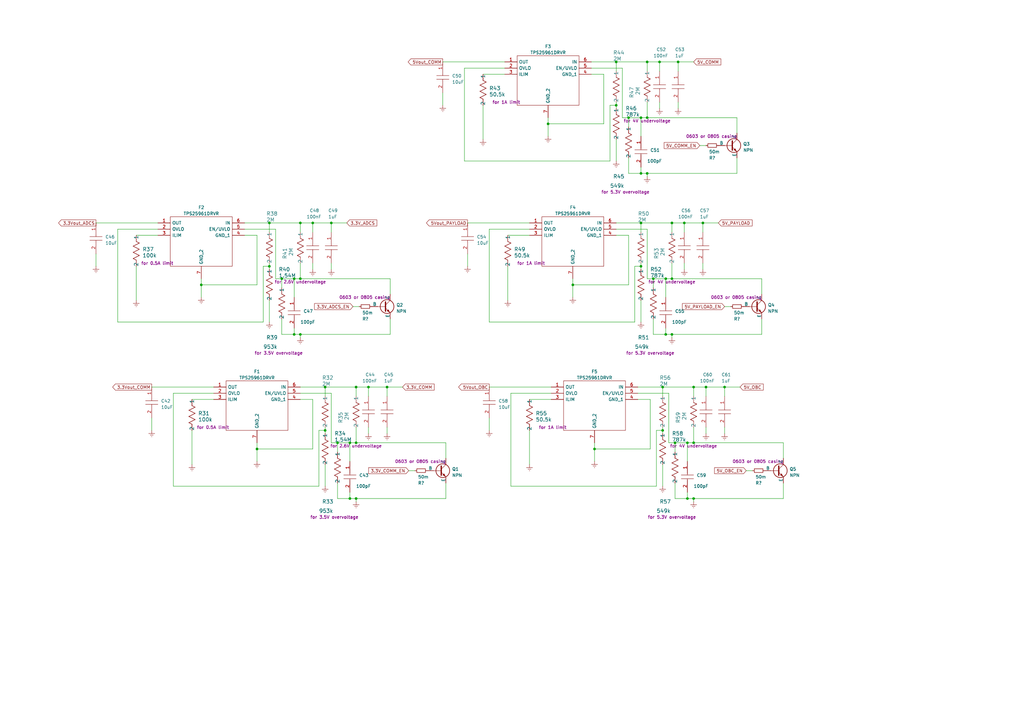
<source format=kicad_sch>
(kicad_sch (version 20230121) (generator eeschema)
  (paper "A3")
  (junction (at 262.89 48.26))
  (junction (at 146.05 158.75))
  (junction (at 271.78 158.75))
  (junction (at 243.84 184.15))
  (junction (at 281.94 204.47))
  (junction (at 276.86 181.61))
  (junction (at 265.43 71.12))
  (junction (at 275.59 114.3))
  (junction (at 267.97 114.3))
  (junction (at 265.43 48.26))
  (junction (at 252.73 25.4))
  (junction (at 123.19 114.3))
  (junction (at 275.59 91.44))
  (junction (at 143.51 181.61))
  (junction (at 271.78 176.53))
  (junction (at 120.65 114.3))
  (junction (at 143.51 204.47))
  (junction (at 275.59 137.16))
  (junction (at 151.13 158.75))
  (junction (at 265.43 25.4))
  (junction (at 123.19 91.44))
  (junction (at 224.79 50.8))
  (junction (at 273.05 137.16))
  (junction (at 281.94 181.61))
  (junction (at 110.49 91.44))
  (junction (at 278.13 25.4))
  (junction (at 262.89 109.22))
  (junction (at 234.95 116.84))
  (junction (at 252.73 43.18))
  (junction (at 273.05 114.3))
  (junction (at 105.41 184.15))
  (junction (at 262.89 91.44))
  (junction (at 158.75 158.75))
  (junction (at 280.67 91.44))
  (junction (at 146.05 204.47))
  (junction (at 297.18 158.75))
  (junction (at 135.89 91.44))
  (junction (at 262.89 71.12))
  (junction (at 138.43 181.61))
  (junction (at 288.29 91.44))
  (junction (at 133.35 176.53))
  (junction (at 270.51 25.4))
  (junction (at 115.57 114.3))
  (junction (at 123.19 137.16))
  (junction (at 284.48 181.61))
  (junction (at 146.05 181.61))
  (junction (at 284.48 158.75))
  (junction (at 82.55 116.84))
  (junction (at 284.48 204.47))
  (junction (at 120.65 137.16))
  (junction (at 133.35 158.75))
  (junction (at 289.56 158.75))
  (junction (at 128.27 91.44))
  (junction (at 110.49 109.22))
  (junction (at 257.81 48.26))
  (wire (pts (xy 143.51 181.61) (xy 143.51 189.23)))
  (wire (pts (xy 280.67 91.44) (xy 280.67 95.25)))
  (wire (pts (xy 302.26 48.26) (xy 302.26 54.61)))
  (wire (pts (xy 135.89 91.44) (xy 142.24 91.44)))
  (wire (pts (xy 312.42 130.81) (xy 312.42 137.16)))
  (wire (pts (xy 270.51 41.91) (xy 270.51 44.45)))
  (wire (pts (xy 135.89 181.61) (xy 138.43 181.61)))
  (wire (pts (xy 160.02 114.3) (xy 160.02 120.65)))
  (wire (pts (xy 265.43 25.4) (xy 270.51 25.4)))
  (wire (pts (xy 190.5 66.04) (xy 250.19 66.04)))
  (wire (pts (xy 274.32 181.61) (xy 276.86 181.61)))
  (wire (pts (xy 48.26 132.08) (xy 107.95 132.08)))
  (wire (pts (xy 281.94 181.61) (xy 284.48 181.61)))
  (wire (pts (xy 105.41 116.84) (xy 82.55 116.84)))
  (wire (pts (xy 62.23 158.75) (xy 87.63 158.75)))
  (wire (pts (xy 287.02 59.69) (xy 289.56 59.69)))
  (wire (pts (xy 208.28 96.52) (xy 217.17 96.52)))
  (wire (pts (xy 64.77 93.98) (xy 48.26 93.98)))
  (wire (pts (xy 288.29 91.44) (xy 288.29 95.25)))
  (wire (pts (xy 158.75 158.75) (xy 165.1 158.75)))
  (wire (pts (xy 252.73 96.52) (xy 257.81 96.52)))
  (wire (pts (xy 200.66 171.45) (xy 200.66 176.53)))
  (wire (pts (xy 146.05 158.75) (xy 146.05 162.56)))
  (wire (pts (xy 146.05 204.47) (xy 182.88 204.47)))
  (wire (pts (xy 265.43 25.4) (xy 265.43 29.21)))
  (wire (pts (xy 100.33 93.98) (xy 113.03 93.98)))
  (wire (pts (xy 284.48 158.75) (xy 289.56 158.75)))
  (wire (pts (xy 110.49 123.19) (xy 110.49 132.08)))
  (wire (pts (xy 143.51 204.47) (xy 146.05 204.47)))
  (wire (pts (xy 115.57 137.16) (xy 120.65 137.16)))
  (wire (pts (xy 288.29 107.95) (xy 288.29 110.49)))
  (wire (pts (xy 252.73 25.4) (xy 252.73 29.21)))
  (wire (pts (xy 200.66 132.08) (xy 260.35 132.08)))
  (wire (pts (xy 270.51 25.4) (xy 270.51 29.21)))
  (wire (pts (xy 182.88 181.61) (xy 146.05 181.61)))
  (wire (pts (xy 312.42 114.3) (xy 275.59 114.3)))
  (wire (pts (xy 257.81 64.77) (xy 257.81 71.12)))
  (wire (pts (xy 123.19 137.16) (xy 160.02 137.16)))
  (wire (pts (xy 128.27 107.95) (xy 128.27 110.49)))
  (wire (pts (xy 62.23 171.45) (xy 62.23 176.53)))
  (wire (pts (xy 100.33 91.44) (xy 110.49 91.44)))
  (wire (pts (xy 275.59 137.16) (xy 312.42 137.16)))
  (wire (pts (xy 120.65 134.62) (xy 120.65 137.16)))
  (wire (pts (xy 100.33 96.52) (xy 105.41 96.52)))
  (wire (pts (xy 120.65 114.3) (xy 120.65 121.92)))
  (wire (pts (xy 284.48 175.26) (xy 284.48 181.61)))
  (wire (pts (xy 278.13 25.4) (xy 284.48 25.4)))
  (wire (pts (xy 278.13 41.91) (xy 278.13 44.45)))
  (wire (pts (xy 130.81 176.53) (xy 133.35 176.53)))
  (wire (pts (xy 275.59 137.16) (xy 275.59 138.43)))
  (wire (pts (xy 276.86 181.61) (xy 281.94 181.61)))
  (wire (pts (xy 242.57 25.4) (xy 252.73 25.4)))
  (wire (pts (xy 130.81 199.39) (xy 130.81 176.53)))
  (wire (pts (xy 133.35 175.26) (xy 133.35 176.53)))
  (wire (pts (xy 262.89 91.44) (xy 275.59 91.44)))
  (wire (pts (xy 250.19 66.04) (xy 250.19 43.18)))
  (wire (pts (xy 265.43 71.12) (xy 265.43 72.39)))
  (wire (pts (xy 55.88 96.52) (xy 64.77 96.52)))
  (wire (pts (xy 306.07 193.04) (xy 308.61 193.04)))
  (wire (pts (xy 284.48 204.47) (xy 284.48 205.74)))
  (wire (pts (xy 158.75 175.26) (xy 158.75 177.8)))
  (wire (pts (xy 267.97 130.81) (xy 267.97 137.16)))
  (wire (pts (xy 226.06 161.29) (xy 209.55 161.29)))
  (wire (pts (xy 274.32 161.29) (xy 274.32 181.61)))
  (wire (pts (xy 289.56 175.26) (xy 289.56 177.8)))
  (wire (pts (xy 271.78 190.5) (xy 271.78 199.39)))
  (wire (pts (xy 269.24 176.53) (xy 271.78 176.53)))
  (wire (pts (xy 158.75 158.75) (xy 158.75 162.56)))
  (wire (pts (xy 200.66 93.98) (xy 200.66 132.08)))
  (wire (pts (xy 247.65 50.8) (xy 224.79 50.8)))
  (wire (pts (xy 280.67 107.95) (xy 280.67 110.49)))
  (wire (pts (xy 269.24 199.39) (xy 269.24 176.53)))
  (wire (pts (xy 281.94 181.61) (xy 281.94 189.23)))
  (wire (pts (xy 243.84 181.61) (xy 243.84 184.15)))
  (wire (pts (xy 133.35 158.75) (xy 146.05 158.75)))
  (wire (pts (xy 281.94 201.93) (xy 281.94 204.47)))
  (wire (pts (xy 234.95 114.3) (xy 234.95 116.84)))
  (wire (pts (xy 273.05 114.3) (xy 275.59 114.3)))
  (wire (pts (xy 265.43 71.12) (xy 302.26 71.12)))
  (wire (pts (xy 271.78 158.75) (xy 271.78 162.56)))
  (wire (pts (xy 267.97 114.3) (xy 267.97 118.11)))
  (wire (pts (xy 151.13 175.26) (xy 151.13 177.8)))
  (wire (pts (xy 191.77 104.14) (xy 191.77 109.22)))
  (wire (pts (xy 146.05 158.75) (xy 151.13 158.75)))
  (wire (pts (xy 281.94 204.47) (xy 284.48 204.47)))
  (wire (pts (xy 270.51 25.4) (xy 278.13 25.4)))
  (wire (pts (xy 128.27 91.44) (xy 128.27 95.25)))
  (wire (pts (xy 217.17 176.53) (xy 217.17 190.5)))
  (wire (pts (xy 110.49 91.44) (xy 123.19 91.44)))
  (wire (pts (xy 135.89 161.29) (xy 135.89 181.61)))
  (wire (pts (xy 128.27 184.15) (xy 105.41 184.15)))
  (wire (pts (xy 280.67 91.44) (xy 288.29 91.44)))
  (wire (pts (xy 276.86 204.47) (xy 281.94 204.47)))
  (wire (pts (xy 200.66 158.75) (xy 226.06 158.75)))
  (wire (pts (xy 190.5 27.94) (xy 190.5 66.04)))
  (wire (pts (xy 257.81 48.26) (xy 257.81 52.07)))
  (wire (pts (xy 135.89 91.44) (xy 135.89 95.25)))
  (wire (pts (xy 120.65 114.3) (xy 123.19 114.3)))
  (wire (pts (xy 71.12 199.39) (xy 130.81 199.39)))
  (wire (pts (xy 123.19 158.75) (xy 133.35 158.75)))
  (wire (pts (xy 82.55 116.84) (xy 82.55 121.92)))
  (wire (pts (xy 128.27 163.83) (xy 128.27 184.15)))
  (wire (pts (xy 252.73 93.98) (xy 265.43 93.98)))
  (wire (pts (xy 262.89 91.44) (xy 262.89 95.25)))
  (wire (pts (xy 271.78 175.26) (xy 271.78 176.53)))
  (wire (pts (xy 242.57 30.48) (xy 247.65 30.48)))
  (wire (pts (xy 217.17 163.83) (xy 226.06 163.83)))
  (wire (pts (xy 209.55 161.29) (xy 209.55 199.39)))
  (wire (pts (xy 275.59 91.44) (xy 275.59 95.25)))
  (wire (pts (xy 297.18 158.75) (xy 297.18 162.56)))
  (wire (pts (xy 146.05 175.26) (xy 146.05 181.61)))
  (wire (pts (xy 312.42 114.3) (xy 312.42 120.65)))
  (wire (pts (xy 115.57 114.3) (xy 120.65 114.3)))
  (wire (pts (xy 266.7 184.15) (xy 243.84 184.15)))
  (wire (pts (xy 191.77 91.44) (xy 217.17 91.44)))
  (wire (pts (xy 71.12 161.29) (xy 71.12 199.39)))
  (wire (pts (xy 257.81 96.52) (xy 257.81 116.84)))
  (wire (pts (xy 297.18 175.26) (xy 297.18 177.8)))
  (wire (pts (xy 55.88 109.22) (xy 55.88 123.19)))
  (wire (pts (xy 265.43 93.98) (xy 265.43 114.3)))
  (wire (pts (xy 182.88 181.61) (xy 182.88 187.96)))
  (wire (pts (xy 138.43 198.12) (xy 138.43 204.47)))
  (wire (pts (xy 271.78 176.53) (xy 271.78 177.8)))
  (wire (pts (xy 262.89 48.26) (xy 262.89 55.88)))
  (wire (pts (xy 181.61 25.4) (xy 207.01 25.4)))
  (wire (pts (xy 261.62 163.83) (xy 266.7 163.83)))
  (wire (pts (xy 110.49 91.44) (xy 110.49 95.25)))
  (wire (pts (xy 217.17 93.98) (xy 200.66 93.98)))
  (wire (pts (xy 260.35 109.22) (xy 262.89 109.22)))
  (wire (pts (xy 289.56 158.75) (xy 289.56 162.56)))
  (wire (pts (xy 224.79 50.8) (xy 224.79 55.88)))
  (wire (pts (xy 181.61 38.1) (xy 181.61 43.18)))
  (wire (pts (xy 198.12 43.18) (xy 198.12 57.15)))
  (wire (pts (xy 138.43 204.47) (xy 143.51 204.47)))
  (wire (pts (xy 160.02 130.81) (xy 160.02 137.16)))
  (wire (pts (xy 297.18 125.73) (xy 299.72 125.73)))
  (wire (pts (xy 252.73 25.4) (xy 265.43 25.4)))
  (wire (pts (xy 138.43 181.61) (xy 138.43 185.42)))
  (wire (pts (xy 265.43 41.91) (xy 265.43 48.26)))
  (wire (pts (xy 267.97 137.16) (xy 273.05 137.16)))
  (wire (pts (xy 266.7 163.83) (xy 266.7 184.15)))
  (wire (pts (xy 135.89 107.95) (xy 135.89 110.49)))
  (wire (pts (xy 321.31 181.61) (xy 284.48 181.61)))
  (wire (pts (xy 273.05 134.62) (xy 273.05 137.16)))
  (wire (pts (xy 262.89 68.58) (xy 262.89 71.12)))
  (wire (pts (xy 252.73 41.91) (xy 252.73 43.18)))
  (wire (pts (xy 262.89 109.22) (xy 262.89 110.49)))
  (wire (pts (xy 151.13 158.75) (xy 158.75 158.75)))
  (wire (pts (xy 321.31 181.61) (xy 321.31 187.96)))
  (wire (pts (xy 242.57 27.94) (xy 255.27 27.94)))
  (wire (pts (xy 110.49 107.95) (xy 110.49 109.22)))
  (wire (pts (xy 288.29 91.44) (xy 294.64 91.44)))
  (wire (pts (xy 133.35 176.53) (xy 133.35 177.8)))
  (wire (pts (xy 207.01 27.94) (xy 190.5 27.94)))
  (wire (pts (xy 276.86 198.12) (xy 276.86 204.47)))
  (wire (pts (xy 255.27 48.26) (xy 257.81 48.26)))
  (wire (pts (xy 209.55 199.39) (xy 269.24 199.39)))
  (wire (pts (xy 128.27 91.44) (xy 135.89 91.44)))
  (wire (pts (xy 243.84 184.15) (xy 243.84 189.23)))
  (wire (pts (xy 275.59 107.95) (xy 275.59 114.3)))
  (wire (pts (xy 262.89 107.95) (xy 262.89 109.22)))
  (wire (pts (xy 276.86 181.61) (xy 276.86 185.42)))
  (wire (pts (xy 198.12 30.48) (xy 207.01 30.48)))
  (wire (pts (xy 107.95 109.22) (xy 110.49 109.22)))
  (wire (pts (xy 123.19 91.44) (xy 128.27 91.44)))
  (wire (pts (xy 48.26 93.98) (xy 48.26 132.08)))
  (wire (pts (xy 278.13 25.4) (xy 278.13 29.21)))
  (wire (pts (xy 123.19 163.83) (xy 128.27 163.83)))
  (wire (pts (xy 297.18 158.75) (xy 303.53 158.75)))
  (wire (pts (xy 167.64 193.04) (xy 170.18 193.04)))
  (wire (pts (xy 123.19 107.95) (xy 123.19 114.3)))
  (wire (pts (xy 234.95 116.84) (xy 234.95 121.92)))
  (wire (pts (xy 160.02 114.3) (xy 123.19 114.3)))
  (wire (pts (xy 302.26 48.26) (xy 265.43 48.26)))
  (wire (pts (xy 133.35 158.75) (xy 133.35 162.56)))
  (wire (pts (xy 78.74 163.83) (xy 87.63 163.83)))
  (wire (pts (xy 267.97 114.3) (xy 273.05 114.3)))
  (wire (pts (xy 289.56 158.75) (xy 297.18 158.75)))
  (wire (pts (xy 123.19 161.29) (xy 135.89 161.29)))
  (wire (pts (xy 115.57 130.81) (xy 115.57 137.16)))
  (wire (pts (xy 275.59 91.44) (xy 280.67 91.44)))
  (wire (pts (xy 115.57 114.3) (xy 115.57 118.11)))
  (wire (pts (xy 110.49 109.22) (xy 110.49 110.49)))
  (wire (pts (xy 113.03 93.98) (xy 113.03 114.3)))
  (wire (pts (xy 247.65 30.48) (xy 247.65 50.8)))
  (wire (pts (xy 224.79 48.26) (xy 224.79 50.8)))
  (wire (pts (xy 105.41 181.61) (xy 105.41 184.15)))
  (wire (pts (xy 39.37 91.44) (xy 64.77 91.44)))
  (wire (pts (xy 105.41 184.15) (xy 105.41 189.23)))
  (wire (pts (xy 262.89 48.26) (xy 265.43 48.26)))
  (wire (pts (xy 133.35 190.5) (xy 133.35 199.39)))
  (wire (pts (xy 208.28 109.22) (xy 208.28 123.19)))
  (wire (pts (xy 302.26 64.77) (xy 302.26 71.12)))
  (wire (pts (xy 39.37 104.14) (xy 39.37 109.22)))
  (wire (pts (xy 250.19 43.18) (xy 252.73 43.18)))
  (wire (pts (xy 151.13 158.75) (xy 151.13 162.56)))
  (wire (pts (xy 123.19 137.16) (xy 123.19 138.43)))
  (wire (pts (xy 321.31 198.12) (xy 321.31 204.47)))
  (wire (pts (xy 143.51 181.61) (xy 146.05 181.61)))
  (wire (pts (xy 182.88 198.12) (xy 182.88 204.47)))
  (wire (pts (xy 123.19 91.44) (xy 123.19 95.25)))
  (wire (pts (xy 105.41 96.52) (xy 105.41 116.84)))
  (wire (pts (xy 144.78 125.73) (xy 147.32 125.73)))
  (wire (pts (xy 252.73 43.18) (xy 252.73 44.45)))
  (wire (pts (xy 107.95 132.08) (xy 107.95 109.22)))
  (wire (pts (xy 78.74 176.53) (xy 78.74 190.5)))
  (wire (pts (xy 146.05 204.47) (xy 146.05 205.74)))
  (wire (pts (xy 113.03 114.3) (xy 115.57 114.3)))
  (wire (pts (xy 82.55 114.3) (xy 82.55 116.84)))
  (wire (pts (xy 262.89 71.12) (xy 265.43 71.12)))
  (wire (pts (xy 257.81 71.12) (xy 262.89 71.12)))
  (wire (pts (xy 284.48 204.47) (xy 321.31 204.47)))
  (wire (pts (xy 284.48 158.75) (xy 284.48 162.56)))
  (wire (pts (xy 120.65 137.16) (xy 123.19 137.16)))
  (wire (pts (xy 252.73 57.15) (xy 252.73 66.04)))
  (wire (pts (xy 261.62 161.29) (xy 274.32 161.29)))
  (wire (pts (xy 257.81 116.84) (xy 234.95 116.84)))
  (wire (pts (xy 265.43 114.3) (xy 267.97 114.3)))
  (wire (pts (xy 260.35 132.08) (xy 260.35 109.22)))
  (wire (pts (xy 87.63 161.29) (xy 71.12 161.29)))
  (wire (pts (xy 252.73 91.44) (xy 262.89 91.44)))
  (wire (pts (xy 271.78 158.75) (xy 284.48 158.75)))
  (wire (pts (xy 262.89 123.19) (xy 262.89 132.08)))
  (wire (pts (xy 138.43 181.61) (xy 143.51 181.61)))
  (wire (pts (xy 273.05 114.3) (xy 273.05 121.92)))
  (wire (pts (xy 257.81 48.26) (xy 262.89 48.26)))
  (wire (pts (xy 255.27 27.94) (xy 255.27 48.26)))
  (wire (pts (xy 143.51 201.93) (xy 143.51 204.47)))
  (wire (pts (xy 261.62 158.75) (xy 271.78 158.75)))
  (wire (pts (xy 273.05 137.16) (xy 275.59 137.16)))
  (global_label "3.3Vout_ADCS" (shape output) (at 39.37 91.44 180) (property "Intersheetrefs" "${INTERSHEET_REFS}" (effects hide)))
  (global_label "5V_PAYLOAD_EN" (shape input) (at 297.18 125.73 180) (property "Intersheetrefs" "${INTERSHEET_REFS}" (effects hide)))
  (global_label "5Vout_COMM" (shape output) (at 181.61 25.4 180) (property "Intersheetrefs" "${INTERSHEET_REFS}" (effects hide)))
  (global_label "3.3Vout_COMM" (shape output) (at 62.23 158.75 180) (property "Intersheetrefs" "${INTERSHEET_REFS}" (effects hide)))
  (global_label "5V_OBC_EN" (shape input) (at 306.07 193.04 180) (property "Intersheetrefs" "${INTERSHEET_REFS}" (effects hide)))
  (global_label "5V_PAYLOAD" (shape input) (at 294.64 91.44 0) (property "Intersheetrefs" "${INTERSHEET_REFS}" (effects hide)))
  (global_label "5Vout_PAYLOAD" (shape output) (at 191.77 91.44 180) (property "Intersheetrefs" "${INTERSHEET_REFS}" (effects hide)))
  (global_label "3.3V_COMM_EN" (shape input) (at 167.64 193.04 180) (property "Intersheetrefs" "${INTERSHEET_REFS}" (effects hide)))
  (global_label "3.3V_ADCS_EN" (shape input) (at 144.78 125.73 180) (property "Intersheetrefs" "${INTERSHEET_REFS}" (effects hide)))
  (global_label "3.3V_ADCS" (shape input) (at 142.24 91.44 0) (property "Intersheetrefs" "${INTERSHEET_REFS}" (effects hide)))
  (global_label "3.3V_COMM" (shape input) (at 165.1 158.75 0) (property "Intersheetrefs" "${INTERSHEET_REFS}" (effects hide)))
  (global_label "5V_COMM" (shape input) (at 284.48 25.4 0) (property "Intersheetrefs" "${INTERSHEET_REFS}" (effects hide)))
  (global_label "5Vout_OBC" (shape output) (at 200.66 158.75 180) (property "Intersheetrefs" "${INTERSHEET_REFS}" (effects hide)))
  (global_label "5V_COMM_EN" (shape input) (at 287.02 59.69 180) (property "Intersheetrefs" "${INTERSHEET_REFS}" (effects hide)))
  (global_label "5V_OBC" (shape input) (at 303.53 158.75 0) (property "Intersheetrefs" "${INTERSHEET_REFS}" (effects hide)))
  (symbol (lib_id "power:Earth") (at 288.29 110.49 0) (unit 1)
    (property "Reference" "#PWR043" (effects hide))
    (property "Value" "Earth" (effects hide))
    (instances (project "FinalBoardCircuits" (path "" (reference "#PWR043") (unit 1))) (project "pcb" (path "" (reference "#PWR053") (unit 1))) (project "Prot_Circ" (path "" (reference "#PWR0108") (unit 1))))
  )
  (symbol (lib_id "2023-02-18_05-38-06:RC0603FR-072ML") (at 276.86 198.12 90) (unit 1)
    (property "Reference" "R58" (at 275.59 177.8 90) (effects (font (size 1.524 1.524)) (justify right)))
    (property "Value" "787k" (at 275.59 180.34 90) (effects (font (size 1.524 1.524)) (justify right)))
    (property "Footprint" "Resistor_SMD:R_0805_2012Metric_Pad1.20x1.40mm_HandSolder" (effects hide))
    (property "Field4" "for 4V undervoltage" (at 284.48 182.88 90))
    (instances (project "FinalBoardCircuits" (path "" (reference "R58") (unit 1))) (project "pcb" (path "" (reference "R41") (unit 1))) (project "Prot_Circ" (path "" (reference "R5") (unit 1))))
  )
  (symbol (lib_id "power:Earth") (at 146.05 205.74 0) (unit 1)
    (property "Reference" "#PWR020" (effects hide))
    (property "Value" "Earth" (effects hide))
    (instances (project "FinalBoardCircuits" (path "" (reference "#PWR020") (unit 1))) (project "pcb" (path "" (reference "#PWR051") (unit 1))) (project "Prot_Circ" (path "" (reference "#PWR0109") (unit 1))))
  )
  (symbol (lib_id "power:Earth") (at 181.61 43.18 0) (unit 1)
    (property "Reference" "#PWR030" (effects hide))
    (property "Value" "Earth" (effects hide))
    (instances (project "FinalBoardCircuits" (path "" (reference "#PWR030") (unit 1))) (project "pcb" (path "" (reference "#PWR047") (unit 1))) (project "Prot_Circ" (path "" (reference "#PWR0103") (unit 1))))
  )
  (symbol (lib_id "TPS25961DRVR:TPS25961DRVR") (at 217.17 91.44 0) (unit 1)
    (property "Reference" "F4" (at 234.95 85.09 0))
    (property "Value" "TPS25961DRVR" (at 234.95 87.63 0))
    (property "Footprint" "NaveenSymbols:SON65P200X200X80-7N" (effects hide))
    (property "Datasheet" "https://www.ti.com/lit/ds/symlink/tps25961.pdf" (effects hide))
    (property "Description" "Hot Swap Voltage Controllers 2.7-V to 19-V 100-mO eFuse with overvoltage, overcurrent and short-circuit protection" (effects hide))
    (property "Height" "0.8" (effects hide))
    (property "Mouser Part Number" "595-TPS25961DRVR" (effects hide))
    (property "Mouser Price/Stock" "https://www.mouser.co.uk/ProductDetail/Texas-Instruments/TPS25961DRVR?qs=rQFj71Wb1eWBtbDOIdq5wQ%3D%3D" (effects hide))
    (property "Manufacturer_Name" "Texas Instruments" (effects hide))
    (property "Manufacturer_Part_Number" "TPS25961DRVR" (effects hide))
    (instances (project "FinalBoardCircuits" (path "" (reference "F4") (unit 1))) (project "pcb" (path "" (reference "F3") (unit 1))) (project "Prot_Circ" (path "" (reference "F1") (unit 1))))
  )
  (symbol (lib_id "2023-02-18_05-38-06:RC0603FR-072ML") (at 138.43 198.12 90) (unit 1)
    (property "Reference" "R34" (at 137.16 177.8 90) (effects (font (size 1.524 1.524)) (justify right)))
    (property "Value" "1.54M" (at 137.16 180.34 90) (effects (font (size 1.524 1.524)) (justify right)))
    (property "Footprint" "Resistor_SMD:R_0805_2012Metric_Pad1.20x1.40mm_HandSolder" (effects hide))
    (property "Field4" "for 2.6V undervoltage" (at 146.05 182.88 90))
    (instances (project "FinalBoardCircuits" (path "" (reference "R34") (unit 1))) (project "pcb" (path "" (reference "R41") (unit 1))) (project "Prot_Circ" (path "" (reference "R5") (unit 1))))
  )
  (symbol (lib_id "power:Earth") (at 280.67 110.49 0) (unit 1)
    (property "Reference" "#PWR042" (effects hide))
    (property "Value" "Earth" (effects hide))
    (instances (project "FinalBoardCircuits" (path "" (reference "#PWR042") (unit 1))) (project "pcb" (path "" (reference "#PWR052") (unit 1))) (project "Prot_Circ" (path "" (reference "#PWR0107") (unit 1))))
  )
  (symbol (lib_id "power:Earth") (at 128.27 110.49 0) (unit 1)
    (property "Reference" "#PWR028" (effects hide))
    (property "Value" "Earth" (effects hide))
    (instances (project "FinalBoardCircuits" (path "" (reference "#PWR028") (unit 1))) (project "pcb" (path "" (reference "#PWR052") (unit 1))) (project "Prot_Circ" (path "" (reference "#PWR0107") (unit 1))))
  )
  (symbol (lib_id "C0402C101K3RACAUTO:C0402C101K3RACAUTO") (at 262.89 55.88 270) (unit 1)
    (property "Reference" "C51" (at 266.7 61.595 90) (effects (justify left)))
    (property "Value" "100pF" (at 265.43 66.04 90) (effects (justify left)))
    (property "Footprint" "Capacitor_SMD:C_0805_2012Metric_Pad1.18x1.45mm_HandSolder" (effects hide))
    (property "Datasheet" "https://content.kemet.com/datasheets/KEM_C1091_C0G_ESD.pdf" (effects hide))
    (property "Description" "Multilayer Ceramic Capacitors MLCC - SMD/SMT 100V 100pF X8R 0402 5% AEC-Q200" (effects hide))
    (property "Height" "0.55" (effects hide))
    (property "Mouser Part Number" "80-C0402C101K3RAUTO" (effects hide))
    (property "Mouser Price/Stock" "https://www.mouser.co.uk/ProductDetail/KEMET/C0402C101K3RACAUTO?qs=DuoOggApuK%2FQ6tIpLsntww%3D%3D" (effects hide))
    (property "Manufacturer_Name" "KEMET" (effects hide))
    (property "Manufacturer_Part_Number" "C0402C101K3RACAUTO" (effects hide))
    (instances (project "FinalBoardCircuits" (path "" (reference "C51") (unit 1))) (project "pcb" (path "" (reference "C43") (unit 1))) (project "Prot_Circ" (path "" (reference "C2") (unit 1))))
  )
  (symbol (lib_id "2023-02-18_05-38-06:RC0603FR-072ML") (at 55.88 109.22 90) (unit 1)
    (property "Reference" "R37" (at 58.42 102.235 90) (effects (font (size 1.524 1.524)) (justify right)))
    (property "Value" "100k" (at 58.42 104.775 90) (effects (font (size 1.524 1.524)) (justify right)))
    (property "Footprint" "Resistor_SMD:R_0805_2012Metric_Pad1.20x1.40mm_HandSolder" (effects hide))
    (property "Field4" "for 0.5A limit" (at 71.12 107.95 90) (effects (justify left)))
    (instances (project "FinalBoardCircuits" (path "" (reference "R37") (unit 1))) (project "pcb" (path "" (reference "R38") (unit 1))) (project "Prot_Circ" (path "" (reference "R2") (unit 1))))
  )
  (symbol (lib_id "TPS25961DRVR:TPS25961DRVR") (at 226.06 158.75 0) (unit 1)
    (property "Reference" "F5" (at 243.84 152.4 0))
    (property "Value" "TPS25961DRVR" (at 243.84 154.94 0))
    (property "Footprint" "NaveenSymbols:SON65P200X200X80-7N" (effects hide))
    (property "Datasheet" "https://www.ti.com/lit/ds/symlink/tps25961.pdf" (effects hide))
    (property "Description" "Hot Swap Voltage Controllers 2.7-V to 19-V 100-mO eFuse with overvoltage, overcurrent and short-circuit protection" (effects hide))
    (property "Height" "0.8" (effects hide))
    (property "Mouser Part Number" "595-TPS25961DRVR" (effects hide))
    (property "Mouser Price/Stock" "https://www.mouser.co.uk/ProductDetail/Texas-Instruments/TPS25961DRVR?qs=rQFj71Wb1eWBtbDOIdq5wQ%3D%3D" (effects hide))
    (property "Manufacturer_Name" "Texas Instruments" (effects hide))
    (property "Manufacturer_Part_Number" "TPS25961DRVR" (effects hide))
    (instances (project "FinalBoardCircuits" (path "" (reference "F5") (unit 1))) (project "pcb" (path "" (reference "F3") (unit 1))) (project "Prot_Circ" (path "" (reference "F1") (unit 1))))
  )
  (symbol (lib_id "C1005X7R1C104K050BC:C1005X7R1C104K050BC") (at 289.56 162.56 270) (unit 1)
    (property "Reference" "C60" (at 288.29 153.67 90) (effects (justify left)))
    (property "Value" "100nF" (at 287.02 156.21 90) (effects (justify left)))
    (property "Footprint" "Capacitor_SMD:C_0805_2012Metric_Pad1.18x1.45mm_HandSolder" (effects hide))
    (property "Datasheet" "https://product.tdk.com/system/files/dam/doc/product/capacitor/ceramic/mlcc/catalog/mlcc_commercial_general_en.pdf" (effects hide))
    (property "Description" "0402 X7R ceramic capacitor 16V 100nF TDK C1005 C 100nF Ceramic Multilayer Capacitor, 16 V dc, +125C, X7R Dielectric, +/-10% SMD" (effects hide))
    (property "Height" "0.55" (effects hide))
    (property "Mouser Part Number" "810-C1005X7R1C104K" (effects hide))
    (property "Mouser Price/Stock" "https://www.mouser.co.uk/ProductDetail/TDK/C1005X7R1C104K050BC?qs=NRhsANhppD%252BhAGOapA8QKQ%3D%3D" (effects hide))
    (property "Manufacturer_Name" "TDK" (effects hide))
    (property "Manufacturer_Part_Number" "C1005X7R1C104K050BC" (effects hide))
    (instances (project "FinalBoardCircuits" (path "" (reference "C60") (unit 1))) (project "pcb" (path "" (reference "C44") (unit 1))) (project "Prot_Circ" (path "" (reference "C1") (unit 1))))
  )
  (symbol (lib_id "TPS25961DRVR:TPS25961DRVR") (at 87.63 158.75 0) (unit 1)
    (property "Reference" "F1" (at 105.41 152.4 0))
    (property "Value" "TPS25961DRVR" (at 105.41 154.94 0))
    (property "Footprint" "NaveenSymbols:SON65P200X200X80-7N" (effects hide))
    (property "Datasheet" "https://www.ti.com/lit/ds/symlink/tps25961.pdf" (effects hide))
    (property "Description" "Hot Swap Voltage Controllers 2.7-V to 19-V 100-mO eFuse with overvoltage, overcurrent and short-circuit protection" (effects hide))
    (property "Height" "0.8" (effects hide))
    (property "Mouser Part Number" "595-TPS25961DRVR" (effects hide))
    (property "Mouser Price/Stock" "https://www.mouser.co.uk/ProductDetail/Texas-Instruments/TPS25961DRVR?qs=rQFj71Wb1eWBtbDOIdq5wQ%3D%3D" (effects hide))
    (property "Manufacturer_Name" "Texas Instruments" (effects hide))
    (property "Manufacturer_Part_Number" "TPS25961DRVR" (effects hide))
    (instances (project "FinalBoardCircuits" (path "" (reference "F1") (unit 1))) (project "pcb" (path "" (reference "F3") (unit 1))) (project "Prot_Circ" (path "" (reference "F1") (unit 1))))
  )
  (symbol (lib_id "power:Earth") (at 278.13 44.45 0) (unit 1)
    (property "Reference" "#PWR036" (effects hide))
    (property "Value" "Earth" (effects hide))
    (instances (project "FinalBoardCircuits" (path "" (reference "#PWR036") (unit 1))) (project "pcb" (path "" (reference "#PWR053") (unit 1))) (project "Prot_Circ" (path "" (reference "#PWR0108") (unit 1))))
  )
  (symbol (lib_id "2023-02-18_05-38-06:RC0603FR-072ML") (at 198.12 43.18 90) (unit 1)
    (property "Reference" "R43" (at 200.66 36.195 90) (effects (font (size 1.524 1.524)) (justify right)))
    (property "Value" "50.5k" (at 200.66 38.735 90) (effects (font (size 1.524 1.524)) (justify right)))
    (property "Footprint" "Resistor_SMD:R_0805_2012Metric_Pad1.20x1.40mm_HandSolder" (effects hide))
    (property "Field4" "for 1A limit" (at 213.36 41.91 90) (effects (justify left)))
    (instances (project "FinalBoardCircuits" (path "" (reference "R43") (unit 1))) (project "pcb" (path "" (reference "R38") (unit 1))) (project "Prot_Circ" (path "" (reference "R2") (unit 1))))
  )
  (symbol (lib_id "power:Earth") (at 110.49 132.08 0) (unit 1)
    (property "Reference" "#PWR026" (effects hide))
    (property "Value" "Earth" (effects hide))
    (instances (project "FinalBoardCircuits" (path "" (reference "#PWR026") (unit 1))) (project "pcb" (path "" (reference "#PWR050") (unit 1))) (project "Prot_Circ" (path "" (reference "#PWR0104") (unit 1))))
  )
  (symbol (lib_id "0805YC106KAT2A:0805YC106KAT2A") (at 200.66 158.75 270) (unit 1)
    (property "Reference" "C58" (at 204.47 164.465 90) (effects (justify left)))
    (property "Value" "10uF" (at 204.47 167.005 90) (effects (justify left)))
    (property "Footprint" "Capacitor_SMD:C_0805_2012Metric_Pad1.18x1.45mm_HandSolder" (effects hide))
    (property "Datasheet" "https://www.mouser.fr/datasheet/2/40/AVX_X7RDielectric_777024-1853642.pdf" (effects hide))
    (property "Description" "Multilayer Ceramic Capacitors MLCC - SMD/SMT 16V 10uF X7R 0805 10%" (effects hide))
    (property "Height" "0.94" (effects hide))
    (property "Mouser Part Number" "581-0805YC106KAT2A" (effects hide))
    (property "Mouser Price/Stock" "https://www.mouser.co.uk/ProductDetail/KYOCERA-AVX/0805YC106KAT2A?qs=3HJ2avRr9PKwMzeRMZhF2g%3D%3D" (effects hide))
    (property "Manufacturer_Name" "KYOCERA" (effects hide))
    (property "Manufacturer_Part_Number" "0805YC106KAT2A" (effects hide))
    (instances (project "FinalBoardCircuits" (path "" (reference "C58") (unit 1))) (project "pcb" (path "" (reference "C42") (unit 1))) (project "Prot_Circ" (path "" (reference "C3") (unit 1))))
  )
  (symbol (lib_id "2023-02-18_05-38-06:RC0603FR-072ML") (at 257.81 64.77 90) (unit 1)
    (property "Reference" "R46" (at 256.54 44.45 90) (effects (font (size 1.524 1.524)) (justify right)))
    (property "Value" "787k" (at 256.54 46.99 90) (effects (font (size 1.524 1.524)) (justify right)))
    (property "Footprint" "Resistor_SMD:R_0805_2012Metric_Pad1.20x1.40mm_HandSolder" (effects hide))
    (property "Field4" "for 4V undervoltage" (at 265.43 49.53 90))
    (instances (project "FinalBoardCircuits" (path "" (reference "R46") (unit 1))) (project "pcb" (path "" (reference "R41") (unit 1))) (project "Prot_Circ" (path "" (reference "R5") (unit 1))))
  )
  (symbol (lib_id "2023-02-18_05-38-06:RC0603FR-072ML") (at 267.97 130.81 90) (unit 1)
    (property "Reference" "R52" (at 266.7 110.49 90) (effects (font (size 1.524 1.524)) (justify right)))
    (property "Value" "787k" (at 266.7 113.03 90) (effects (font (size 1.524 1.524)) (justify right)))
    (property "Footprint" "Resistor_SMD:R_0805_2012Metric_Pad1.20x1.40mm_HandSolder" (effects hide))
    (property "Field4" "for 4V undervoltage" (at 275.59 115.57 90))
    (instances (project "FinalBoardCircuits" (path "" (reference "R52") (unit 1))) (project "pcb" (path "" (reference "R41") (unit 1))) (project "Prot_Circ" (path "" (reference "R5") (unit 1))))
  )
  (symbol (lib_id "0805YC106KAT2A:0805YC106KAT2A") (at 39.37 91.44 270) (unit 1)
    (property "Reference" "C46" (at 43.18 97.155 90) (effects (justify left)))
    (property "Value" "10uF" (at 43.18 99.695 90) (effects (justify left)))
    (property "Footprint" "Capacitor_SMD:C_0805_2012Metric_Pad1.18x1.45mm_HandSolder" (effects hide))
    (property "Datasheet" "https://www.mouser.fr/datasheet/2/40/AVX_X7RDielectric_777024-1853642.pdf" (effects hide))
    (property "Description" "Multilayer Ceramic Capacitors MLCC - SMD/SMT 16V 10uF X7R 0805 10%" (effects hide))
    (property "Height" "0.94" (effects hide))
    (property "Mouser Part Number" "581-0805YC106KAT2A" (effects hide))
    (property "Mouser Price/Stock" "https://www.mouser.co.uk/ProductDetail/KYOCERA-AVX/0805YC106KAT2A?qs=3HJ2avRr9PKwMzeRMZhF2g%3D%3D" (effects hide))
    (property "Manufacturer_Name" "KYOCERA" (effects hide))
    (property "Manufacturer_Part_Number" "0805YC106KAT2A" (effects hide))
    (instances (project "FinalBoardCircuits" (path "" (reference "C46") (unit 1))) (project "pcb" (path "" (reference "C42") (unit 1))) (project "Prot_Circ" (path "" (reference "C3") (unit 1))))
  )
  (symbol (lib_id "2023-02-18_05-38-06:RC0603FR-072ML") (at 78.74 176.53 90) (unit 1)
    (property "Reference" "R31" (at 81.28 169.545 90) (effects (font (size 1.524 1.524)) (justify right)))
    (property "Value" "100k" (at 81.28 172.085 90) (effects (font (size 1.524 1.524)) (justify right)))
    (property "Footprint" "Resistor_SMD:R_0805_2012Metric_Pad1.20x1.40mm_HandSolder" (effects hide))
    (property "Field4" "for 0.5A limit" (at 93.98 175.26 90) (effects (justify left)))
    (instances (project "FinalBoardCircuits" (path "" (reference "R31") (unit 1))) (project "pcb" (path "" (reference "R38") (unit 1))) (project "Prot_Circ" (path "" (reference "R2") (unit 1))))
  )
  (symbol (lib_id "power:Earth") (at 262.89 132.08 0) (unit 1)
    (property "Reference" "#PWR040" (effects hide))
    (property "Value" "Earth" (effects hide))
    (instances (project "FinalBoardCircuits" (path "" (reference "#PWR040") (unit 1))) (project "pcb" (path "" (reference "#PWR050") (unit 1))) (project "Prot_Circ" (path "" (reference "#PWR0104") (unit 1))))
  )
  (symbol (lib_id "power:Earth") (at 234.95 121.92 0) (unit 1)
    (property "Reference" "#PWR039" (effects hide))
    (property "Value" "Earth" (effects hide))
    (instances (project "FinalBoardCircuits" (path "" (reference "#PWR039") (unit 1))) (project "pcb" (path "" (reference "#PWR049") (unit 1))) (project "Prot_Circ" (path "" (reference "#PWR0106") (unit 1))))
  )
  (symbol (lib_id "power:Earth") (at 133.35 199.39 0) (unit 1)
    (property "Reference" "#PWR019" (effects hide))
    (property "Value" "Earth" (effects hide))
    (instances (project "FinalBoardCircuits" (path "" (reference "#PWR019") (unit 1))) (project "pcb" (path "" (reference "#PWR050") (unit 1))) (project "Prot_Circ" (path "" (reference "#PWR0104") (unit 1))))
  )
  (symbol (lib_id "2023-02-18_05-38-06:RC0603FR-072ML") (at 217.17 176.53 90) (unit 1)
    (property "Reference" "R55" (at 219.71 169.545 90) (effects (font (size 1.524 1.524)) (justify right)))
    (property "Value" "50.5k" (at 219.71 172.085 90) (effects (font (size 1.524 1.524)) (justify right)))
    (property "Footprint" "Resistor_SMD:R_0805_2012Metric_Pad1.20x1.40mm_HandSolder" (effects hide))
    (property "Field4" "for 1A limit" (at 232.41 175.26 90) (effects (justify left)))
    (instances (project "FinalBoardCircuits" (path "" (reference "R55") (unit 1))) (project "pcb" (path "" (reference "R38") (unit 1))) (project "Prot_Circ" (path "" (reference "R2") (unit 1))))
  )
  (symbol (lib_id "Device:R_Small") (at 149.86 125.73 270) (unit 1)
    (property "Reference" "R?" (at 148.59 130.81 90) (effects (justify left)))
    (property "Value" "50m" (at 148.5901 128.27 90) (effects (justify left)))
    (property "Footprint" "Resistor_SMD:R_0805_2012Metric_Pad1.20x1.40mm_HandSolder" (effects hide))
    (property "Field4" "0603 or 0805 casing" (at 160.02 121.92 90) (effects (justify right)))
    (instances (project "FinalBoardCircuits" (path "" (reference "R?") (unit 1)) (path "" (reference "R42") (unit 1))) (project "pcb" (path "" (reference "R56") (unit 1)) (path "" (reference "R67") (unit 1))))
  )
  (symbol (lib_id "Simulation_SPICE:NPN") (at 309.88 125.73 0) (unit 1)
    (property "Reference" "Q4" (at 314.96 125.095 0) (effects (justify left)))
    (property "Value" "NPN" (at 314.96 127.635 0) (effects (justify left)))
    (property "Footprint" "NaveenSymbols:PBSS4310PASQX" (effects hide))
    (property "Sim.Device" "NPN" (effects hide))
    (property "Sim.Type" "GUMMELPOON" (effects hide))
    (property "Sim.Pins" "1=C 2=B 3=E" (effects hide))
    (instances (project "FinalBoardCircuits" (path "" (reference "Q4") (unit 1))) (project "pcb" (path "" (reference "Q2") (unit 1))))
  )
  (symbol (lib_id "Device:R_Small") (at 302.26 125.73 270) (unit 1)
    (property "Reference" "R?" (at 300.99 130.81 90) (effects (justify left)))
    (property "Value" "50m" (at 300.9901 128.27 90) (effects (justify left)))
    (property "Footprint" "Resistor_SMD:R_0805_2012Metric_Pad1.20x1.40mm_HandSolder" (effects hide))
    (property "Field4" "0603 or 0805 casing" (at 312.42 121.92 90) (effects (justify right)))
    (instances (project "FinalBoardCircuits" (path "" (reference "R?") (unit 1)) (path "" (reference "R54") (unit 1))) (project "pcb" (path "" (reference "R56") (unit 1)) (path "" (reference "R67") (unit 1))))
  )
  (symbol (lib_id "power:Earth") (at 105.41 189.23 0) (unit 1)
    (property "Reference" "#PWR018" (effects hide))
    (property "Value" "Earth" (effects hide))
    (instances (project "FinalBoardCircuits" (path "" (reference "#PWR018") (unit 1))) (project "pcb" (path "" (reference "#PWR049") (unit 1))) (project "Prot_Circ" (path "" (reference "#PWR0106") (unit 1))))
  )
  (symbol (lib_id "power:Earth") (at 271.78 199.39 0) (unit 1)
    (property "Reference" "#PWR047" (effects hide))
    (property "Value" "Earth" (effects hide))
    (instances (project "FinalBoardCircuits" (path "" (reference "#PWR047") (unit 1))) (project "pcb" (path "" (reference "#PWR050") (unit 1))) (project "Prot_Circ" (path "" (reference "#PWR0104") (unit 1))))
  )
  (symbol (lib_id "Simulation_SPICE:NPN") (at 180.34 193.04 0) (unit 1)
    (property "Reference" "Q1" (at 185.42 192.405 0) (effects (justify left)))
    (property "Value" "NPN" (at 185.42 194.945 0) (effects (justify left)))
    (property "Footprint" "NaveenSymbols:PBSS4310PASQX" (effects hide))
    (property "Sim.Device" "NPN" (effects hide))
    (property "Sim.Type" "GUMMELPOON" (effects hide))
    (property "Sim.Pins" "1=C 2=B 3=E" (effects hide))
    (instances (project "FinalBoardCircuits" (path "" (reference "Q1") (unit 1))) (project "pcb" (path "" (reference "Q2") (unit 1))))
  )
  (symbol (lib_id "power:Earth") (at 275.59 138.43 0) (unit 1)
    (property "Reference" "#PWR041" (effects hide))
    (property "Value" "Earth" (effects hide))
    (instances (project "FinalBoardCircuits" (path "" (reference "#PWR041") (unit 1))) (project "pcb" (path "" (reference "#PWR051") (unit 1))) (project "Prot_Circ" (path "" (reference "#PWR0109") (unit 1))))
  )
  (symbol (lib_id "TPS25961DRVR:TPS25961DRVR") (at 207.01 25.4 0) (unit 1)
    (property "Reference" "F3" (at 224.79 19.05 0))
    (property "Value" "TPS25961DRVR" (at 224.79 21.59 0))
    (property "Footprint" "NaveenSymbols:SON65P200X200X80-7N" (effects hide))
    (property "Datasheet" "https://www.ti.com/lit/ds/symlink/tps25961.pdf" (effects hide))
    (property "Description" "Hot Swap Voltage Controllers 2.7-V to 19-V 100-mO eFuse with overvoltage, overcurrent and short-circuit protection" (effects hide))
    (property "Height" "0.8" (effects hide))
    (property "Mouser Part Number" "595-TPS25961DRVR" (effects hide))
    (property "Mouser Price/Stock" "https://www.mouser.co.uk/ProductDetail/Texas-Instruments/TPS25961DRVR?qs=rQFj71Wb1eWBtbDOIdq5wQ%3D%3D" (effects hide))
    (property "Manufacturer_Name" "Texas Instruments" (effects hide))
    (property "Manufacturer_Part_Number" "TPS25961DRVR" (effects hide))
    (instances (project "FinalBoardCircuits" (path "" (reference "F3") (unit 1))) (project "pcb" (path "" (reference "F3") (unit 1))) (project "Prot_Circ" (path "" (reference "F1") (unit 1))))
  )
  (symbol (lib_id "C2220X105K2RACAUTO:C2220X105K2RACAUTO") (at 278.13 29.21 270) (unit 1)
    (property "Reference" "C53" (at 276.86 20.32 90) (effects (justify left)))
    (property "Value" "1uF" (at 276.86 22.86 90) (effects (justify left)))
    (property "Footprint" "Capacitor_SMD:C_0805_2012Metric_Pad1.18x1.45mm_HandSolder" (effects hide))
    (property "Datasheet" "https://content.kemet.com/datasheets/KEM_C1078_X7R_FT-CAP_AUTO_SMD.pdf" (effects hide))
    (property "Description" "SMD Auto X7R Flex, Ceramic, 1 uF, 10%, 200 VDC, 500 VDC, 125C, -55C, X7R, SMD, MLCC, FT-CAP, Automotive Grade, 2.5 % , 1 GOhms, 230 mg, 2220, 5.9mm, 5mm, 1.5mm, 0.7mm, 1000, 78  Weeks, 80" (effects hide))
    (property "Mouser Part Number" "80-C2220X105K2RAUTO" (effects hide))
    (property "Mouser Price/Stock" "https://www.mouser.co.uk/ProductDetail/KEMET/C2220X105K2RACAUTO?qs=1mbolxNpo8fmZ3mUaC%2FFGQ%3D%3D" (effects hide))
    (property "Manufacturer_Name" "KEMET" (effects hide))
    (property "Manufacturer_Part_Number" "C2220X105K2RACAUTO" (effects hide))
    (instances (project "FinalBoardCircuits" (path "" (reference "C53") (unit 1))) (project "pcb" (path "" (reference "C45") (unit 1))) (project "Prot_Circ" (path "" (reference "C4") (unit 1))))
  )
  (symbol (lib_id "C2220X105K2RACAUTO:C2220X105K2RACAUTO") (at 297.18 162.56 270) (unit 1)
    (property "Reference" "C61" (at 295.91 153.67 90) (effects (justify left)))
    (property "Value" "1uF" (at 295.91 156.21 90) (effects (justify left)))
    (property "Footprint" "Capacitor_SMD:C_0805_2012Metric_Pad1.18x1.45mm_HandSolder" (effects hide))
    (property "Datasheet" "https://content.kemet.com/datasheets/KEM_C1078_X7R_FT-CAP_AUTO_SMD.pdf" (effects hide))
    (property "Description" "SMD Auto X7R Flex, Ceramic, 1 uF, 10%, 200 VDC, 500 VDC, 125C, -55C, X7R, SMD, MLCC, FT-CAP, Automotive Grade, 2.5 % , 1 GOhms, 230 mg, 2220, 5.9mm, 5mm, 1.5mm, 0.7mm, 1000, 78  Weeks, 80" (effects hide))
    (property "Mouser Part Number" "80-C2220X105K2RAUTO" (effects hide))
    (property "Mouser Price/Stock" "https://www.mouser.co.uk/ProductDetail/KEMET/C2220X105K2RACAUTO?qs=1mbolxNpo8fmZ3mUaC%2FFGQ%3D%3D" (effects hide))
    (property "Manufacturer_Name" "KEMET" (effects hide))
    (property "Manufacturer_Part_Number" "C2220X105K2RACAUTO" (effects hide))
    (instances (project "FinalBoardCircuits" (path "" (reference "C61") (unit 1))) (project "pcb" (path "" (reference "C45") (unit 1))) (project "Prot_Circ" (path "" (reference "C4") (unit 1))))
  )
  (symbol (lib_id "power:Earth") (at 151.13 177.8 0) (unit 1)
    (property "Reference" "#PWR021" (effects hide))
    (property "Value" "Earth" (effects hide))
    (instances (project "FinalBoardCircuits" (path "" (reference "#PWR021") (unit 1))) (project "pcb" (path "" (reference "#PWR052") (unit 1))) (project "Prot_Circ" (path "" (reference "#PWR0107") (unit 1))))
  )
  (symbol (lib_id "C2220X105K2RACAUTO:C2220X105K2RACAUTO") (at 135.89 95.25 270) (unit 1)
    (property "Reference" "C49" (at 134.62 86.36 90) (effects (justify left)))
    (property "Value" "1uF" (at 134.62 88.9 90) (effects (justify left)))
    (property "Footprint" "Capacitor_SMD:C_0805_2012Metric_Pad1.18x1.45mm_HandSolder" (effects hide))
    (property "Datasheet" "https://content.kemet.com/datasheets/KEM_C1078_X7R_FT-CAP_AUTO_SMD.pdf" (effects hide))
    (property "Description" "SMD Auto X7R Flex, Ceramic, 1 uF, 10%, 200 VDC, 500 VDC, 125C, -55C, X7R, SMD, MLCC, FT-CAP, Automotive Grade, 2.5 % , 1 GOhms, 230 mg, 2220, 5.9mm, 5mm, 1.5mm, 0.7mm, 1000, 78  Weeks, 80" (effects hide))
    (property "Mouser Part Number" "80-C2220X105K2RAUTO" (effects hide))
    (property "Mouser Price/Stock" "https://www.mouser.co.uk/ProductDetail/KEMET/C2220X105K2RACAUTO?qs=1mbolxNpo8fmZ3mUaC%2FFGQ%3D%3D" (effects hide))
    (property "Manufacturer_Name" "KEMET" (effects hide))
    (property "Manufacturer_Part_Number" "C2220X105K2RACAUTO" (effects hide))
    (instances (project "FinalBoardCircuits" (path "" (reference "C49") (unit 1))) (project "pcb" (path "" (reference "C45") (unit 1))) (project "Prot_Circ" (path "" (reference "C4") (unit 1))))
  )
  (symbol (lib_id "2023-02-18_05-38-06:RC0603FR-072ML") (at 146.05 175.26 90) (unit 1)
    (property "Reference" "R35" (at 139.7 168.91 0) (effects (font (size 1.524 1.524)) (justify right)))
    (property "Value" "2M" (at 142.24 168.91 0) (effects (font (size 1.524 1.524)) (justify right)))
    (property "Footprint" "Resistor_SMD:R_0805_2012Metric_Pad1.20x1.40mm_HandSolder" (effects hide))
    (instances (project "FinalBoardCircuits" (path "" (reference "R35") (unit 1))) (project "pcb" (path "" (reference "R42") (unit 1))) (project "Prot_Circ" (path "" (reference "R1") (unit 1))))
  )
  (symbol (lib_id "2023-02-18_05-38-06:RC0603FR-072ML") (at 252.73 57.15 90) (unit 1)
    (property "Reference" "R45" (at 251.46 72.39 90) (effects (font (size 1.524 1.524)) (justify right)))
    (property "Value" "549k" (at 250.19 76.2 90) (effects (font (size 1.524 1.524)) (justify right)))
    (property "Footprint" "Resistor_SMD:R_0805_2012Metric_Pad1.20x1.40mm_HandSolder" (effects hide))
    (property "Field4" "for 5.3V overvoltage" (at 256.54 78.74 90))
    (instances (project "FinalBoardCircuits" (path "" (reference "R45") (unit 1))) (project "pcb" (path "" (reference "R40") (unit 1))) (project "Prot_Circ" (path "" (reference "R4") (unit 1))))
  )
  (symbol (lib_id "2023-02-18_05-38-06:RC0603FR-072ML") (at 262.89 107.95 90) (unit 1)
    (property "Reference" "R50" (at 261.62 87.63 90) (effects (font (size 1.524 1.524)) (justify right)))
    (property "Value" "2M" (at 261.62 90.17 90) (effects (font (size 1.524 1.524)) (justify right)))
    (property "Footprint" "Resistor_SMD:R_0805_2012Metric_Pad1.20x1.40mm_HandSolder" (effects hide))
    (instances (project "FinalBoardCircuits" (path "" (reference "R50") (unit 1))) (project "pcb" (path "" (reference "R39") (unit 1))) (project "Prot_Circ" (path "" (reference "R3") (unit 1))))
  )
  (symbol (lib_id "power:Earth") (at 217.17 190.5 0) (unit 1)
    (property "Reference" "#PWR045" (effects hide))
    (property "Value" "Earth" (effects hide))
    (instances (project "FinalBoardCircuits" (path "" (reference "#PWR045") (unit 1))) (project "pcb" (path "" (reference "#PWR048") (unit 1))) (project "Prot_Circ" (path "" (reference "#PWR0105") (unit 1))))
  )
  (symbol (lib_id "2023-02-18_05-38-06:RC0603FR-072ML") (at 265.43 41.91 90) (unit 1)
    (property "Reference" "R47" (at 259.08 35.56 0) (effects (font (size 1.524 1.524)) (justify right)))
    (property "Value" "2M" (at 261.62 35.56 0) (effects (font (size 1.524 1.524)) (justify right)))
    (property "Footprint" "Resistor_SMD:R_0805_2012Metric_Pad1.20x1.40mm_HandSolder" (effects hide))
    (instances (project "FinalBoardCircuits" (path "" (reference "R47") (unit 1))) (project "pcb" (path "" (reference "R42") (unit 1))) (project "Prot_Circ" (path "" (reference "R1") (unit 1))))
  )
  (symbol (lib_id "C1005X7R1C104K050BC:C1005X7R1C104K050BC") (at 151.13 162.56 270) (unit 1)
    (property "Reference" "C44" (at 149.86 153.67 90) (effects (justify left)))
    (property "Value" "100nF" (at 148.59 156.21 90) (effects (justify left)))
    (property "Footprint" "Capacitor_SMD:C_0805_2012Metric_Pad1.18x1.45mm_HandSolder" (effects hide))
    (property "Datasheet" "https://product.tdk.com/system/files/dam/doc/product/capacitor/ceramic/mlcc/catalog/mlcc_commercial_general_en.pdf" (effects hide))
    (property "Description" "0402 X7R ceramic capacitor 16V 100nF TDK C1005 C 100nF Ceramic Multilayer Capacitor, 16 V dc, +125C, X7R Dielectric, +/-10% SMD" (effects hide))
    (property "Height" "0.55" (effects hide))
    (property "Mouser Part Number" "810-C1005X7R1C104K" (effects hide))
    (property "Mouser Price/Stock" "https://www.mouser.co.uk/ProductDetail/TDK/C1005X7R1C104K050BC?qs=NRhsANhppD%252BhAGOapA8QKQ%3D%3D" (effects hide))
    (property "Manufacturer_Name" "TDK" (effects hide))
    (property "Manufacturer_Part_Number" "C1005X7R1C104K050BC" (effects hide))
    (instances (project "FinalBoardCircuits" (path "" (reference "C44") (unit 1))) (project "pcb" (path "" (reference "C44") (unit 1))) (project "Prot_Circ" (path "" (reference "C1") (unit 1))))
  )
  (symbol (lib_id "C0402C101K3RACAUTO:C0402C101K3RACAUTO") (at 143.51 189.23 270) (unit 1)
    (property "Reference" "C43" (at 147.32 194.945 90) (effects (justify left)))
    (property "Value" "100pF" (at 146.05 199.39 90) (effects (justify left)))
    (property "Footprint" "Capacitor_SMD:C_0805_2012Metric_Pad1.18x1.45mm_HandSolder" (effects hide))
    (property "Datasheet" "https://content.kemet.com/datasheets/KEM_C1091_C0G_ESD.pdf" (effects hide))
    (property "Description" "Multilayer Ceramic Capacitors MLCC - SMD/SMT 100V 100pF X8R 0402 5% AEC-Q200" (effects hide))
    (property "Height" "0.55" (effects hide))
    (property "Mouser Part Number" "80-C0402C101K3RAUTO" (effects hide))
    (property "Mouser Price/Stock" "https://www.mouser.co.uk/ProductDetail/KEMET/C0402C101K3RACAUTO?qs=DuoOggApuK%2FQ6tIpLsntww%3D%3D" (effects hide))
    (property "Manufacturer_Name" "KEMET" (effects hide))
    (property "Manufacturer_Part_Number" "C0402C101K3RACAUTO" (effects hide))
    (instances (project "FinalBoardCircuits" (path "" (reference "C43") (unit 1))) (project "pcb" (path "" (reference "C43") (unit 1))) (project "Prot_Circ" (path "" (reference "C2") (unit 1))))
  )
  (symbol (lib_id "C1005X7R1C104K050BC:C1005X7R1C104K050BC") (at 280.67 95.25 270) (unit 1)
    (property "Reference" "C56" (at 279.4 86.36 90) (effects (justify left)))
    (property "Value" "100nF" (at 278.13 88.9 90) (effects (justify left)))
    (property "Footprint" "Capacitor_SMD:C_0805_2012Metric_Pad1.18x1.45mm_HandSolder" (effects hide))
    (property "Datasheet" "https://product.tdk.com/system/files/dam/doc/product/capacitor/ceramic/mlcc/catalog/mlcc_commercial_general_en.pdf" (effects hide))
    (property "Description" "0402 X7R ceramic capacitor 16V 100nF TDK C1005 C 100nF Ceramic Multilayer Capacitor, 16 V dc, +125C, X7R Dielectric, +/-10% SMD" (effects hide))
    (property "Height" "0.55" (effects hide))
    (property "Mouser Part Number" "810-C1005X7R1C104K" (effects hide))
    (property "Mouser Price/Stock" "https://www.mouser.co.uk/ProductDetail/TDK/C1005X7R1C104K050BC?qs=NRhsANhppD%252BhAGOapA8QKQ%3D%3D" (effects hide))
    (property "Manufacturer_Name" "TDK" (effects hide))
    (property "Manufacturer_Part_Number" "C1005X7R1C104K050BC" (effects hide))
    (instances (project "FinalBoardCircuits" (path "" (reference "C56") (unit 1))) (project "pcb" (path "" (reference "C44") (unit 1))) (project "Prot_Circ" (path "" (reference "C1") (unit 1))))
  )
  (symbol (lib_id "2023-02-18_05-38-06:RC0603FR-072ML") (at 110.49 107.95 90) (unit 1)
    (property "Reference" "R38" (at 109.22 87.63 90) (effects (font (size 1.524 1.524)) (justify right)))
    (property "Value" "2M" (at 109.22 90.17 90) (effects (font (size 1.524 1.524)) (justify right)))
    (property "Footprint" "Resistor_SMD:R_0805_2012Metric_Pad1.20x1.40mm_HandSolder" (effects hide))
    (instances (project "FinalBoardCircuits" (path "" (reference "R38") (unit 1))) (project "pcb" (path "" (reference "R39") (unit 1))) (project "Prot_Circ" (path "" (reference "R3") (unit 1))))
  )
  (symbol (lib_id "0805YC106KAT2A:0805YC106KAT2A") (at 62.23 158.75 270) (unit 1)
    (property "Reference" "C42" (at 66.04 164.465 90) (effects (justify left)))
    (property "Value" "10uF" (at 66.04 167.005 90) (effects (justify left)))
    (property "Footprint" "Capacitor_SMD:C_0805_2012Metric_Pad1.18x1.45mm_HandSolder" (effects hide))
    (property "Datasheet" "https://www.mouser.fr/datasheet/2/40/AVX_X7RDielectric_777024-1853642.pdf" (effects hide))
    (property "Description" "Multilayer Ceramic Capacitors MLCC - SMD/SMT 16V 10uF X7R 0805 10%" (effects hide))
    (property "Height" "0.94" (effects hide))
    (property "Mouser Part Number" "581-0805YC106KAT2A" (effects hide))
    (property "Mouser Price/Stock" "https://www.mouser.co.uk/ProductDetail/KYOCERA-AVX/0805YC106KAT2A?qs=3HJ2avRr9PKwMzeRMZhF2g%3D%3D" (effects hide))
    (property "Manufacturer_Name" "KYOCERA" (effects hide))
    (property "Manufacturer_Part_Number" "0805YC106KAT2A" (effects hide))
    (instances (project "FinalBoardCircuits" (path "" (reference "C42") (unit 1))) (project "pcb" (path "" (reference "C42") (unit 1))) (project "Prot_Circ" (path "" (reference "C3") (unit 1))))
  )
  (symbol (lib_id "Simulation_SPICE:NPN") (at 299.72 59.69 0) (unit 1)
    (property "Reference" "Q3" (at 304.8 59.055 0) (effects (justify left)))
    (property "Value" "NPN" (at 304.8 61.595 0) (effects (justify left)))
    (property "Footprint" "NaveenSymbols:PBSS4310PASQX" (effects hide))
    (property "Sim.Device" "NPN" (effects hide))
    (property "Sim.Type" "GUMMELPOON" (effects hide))
    (property "Sim.Pins" "1=C 2=B 3=E" (effects hide))
    (instances (project "FinalBoardCircuits" (path "" (reference "Q3") (unit 1))) (project "pcb" (path "" (reference "Q2") (unit 1))))
  )
  (symbol (lib_id "2023-02-18_05-38-06:RC0603FR-072ML") (at 271.78 190.5 90) (unit 1)
    (property "Reference" "R57" (at 270.51 205.74 90) (effects (font (size 1.524 1.524)) (justify right)))
    (property "Value" "549k" (at 269.24 209.55 90) (effects (font (size 1.524 1.524)) (justify right)))
    (property "Footprint" "Resistor_SMD:R_0805_2012Metric_Pad1.20x1.40mm_HandSolder" (effects hide))
    (property "Field4" "for 5.3V overvoltage" (at 275.59 212.09 90))
    (instances (project "FinalBoardCircuits" (path "" (reference "R57") (unit 1))) (project "pcb" (path "" (reference "R40") (unit 1))) (project "Prot_Circ" (path "" (reference "R4") (unit 1))))
  )
  (symbol (lib_id "C1005X7R1C104K050BC:C1005X7R1C104K050BC") (at 128.27 95.25 270) (unit 1)
    (property "Reference" "C48" (at 127 86.36 90) (effects (justify left)))
    (property "Value" "100nF" (at 125.73 88.9 90) (effects (justify left)))
    (property "Footprint" "Capacitor_SMD:C_0805_2012Metric_Pad1.18x1.45mm_HandSolder" (effects hide))
    (property "Datasheet" "https://product.tdk.com/system/files/dam/doc/product/capacitor/ceramic/mlcc/catalog/mlcc_commercial_general_en.pdf" (effects hide))
    (property "Description" "0402 X7R ceramic capacitor 16V 100nF TDK C1005 C 100nF Ceramic Multilayer Capacitor, 16 V dc, +125C, X7R Dielectric, +/-10% SMD" (effects hide))
    (property "Height" "0.55" (effects hide))
    (property "Mouser Part Number" "810-C1005X7R1C104K" (effects hide))
    (property "Mouser Price/Stock" "https://www.mouser.co.uk/ProductDetail/TDK/C1005X7R1C104K050BC?qs=NRhsANhppD%252BhAGOapA8QKQ%3D%3D" (effects hide))
    (property "Manufacturer_Name" "TDK" (effects hide))
    (property "Manufacturer_Part_Number" "C1005X7R1C104K050BC" (effects hide))
    (instances (project "FinalBoardCircuits" (path "" (reference "C48") (unit 1))) (project "pcb" (path "" (reference "C44") (unit 1))) (project "Prot_Circ" (path "" (reference "C1") (unit 1))))
  )
  (symbol (lib_id "power:Earth") (at 265.43 72.39 0) (unit 1)
    (property "Reference" "#PWR034" (effects hide))
    (property "Value" "Earth" (effects hide))
    (instances (project "FinalBoardCircuits" (path "" (reference "#PWR034") (unit 1))) (project "pcb" (path "" (reference "#PWR051") (unit 1))) (project "Prot_Circ" (path "" (reference "#PWR0109") (unit 1))))
  )
  (symbol (lib_id "2023-02-18_05-38-06:RC0603FR-072ML") (at 271.78 175.26 90) (unit 1)
    (property "Reference" "R56" (at 270.51 154.94 90) (effects (font (size 1.524 1.524)) (justify right)))
    (property "Value" "2M" (at 270.51 157.48 90) (effects (font (size 1.524 1.524)) (justify right)))
    (property "Footprint" "Resistor_SMD:R_0805_2012Metric_Pad1.20x1.40mm_HandSolder" (effects hide))
    (instances (project "FinalBoardCircuits" (path "" (reference "R56") (unit 1))) (project "pcb" (path "" (reference "R39") (unit 1))) (project "Prot_Circ" (path "" (reference "R3") (unit 1))))
  )
  (symbol (lib_id "Device:R_Small") (at 311.15 193.04 270) (unit 1)
    (property "Reference" "R?" (at 309.88 198.12 90) (effects (justify left)))
    (property "Value" "50m" (at 309.8801 195.58 90) (effects (justify left)))
    (property "Footprint" "Resistor_SMD:R_0805_2012Metric_Pad1.20x1.40mm_HandSolder" (effects hide))
    (property "Field4" "0603 or 0805 casing" (at 321.31 189.23 90) (effects (justify right)))
    (instances (project "FinalBoardCircuits" (path "" (reference "R?") (unit 1)) (path "" (reference "R60") (unit 1))) (project "pcb" (path "" (reference "R56") (unit 1)) (path "" (reference "R67") (unit 1))))
  )
  (symbol (lib_id "2023-02-18_05-38-06:RC0603FR-072ML") (at 208.28 109.22 90) (unit 1)
    (property "Reference" "R49" (at 210.82 102.235 90) (effects (font (size 1.524 1.524)) (justify right)))
    (property "Value" "50.5k" (at 210.82 104.775 90) (effects (font (size 1.524 1.524)) (justify right)))
    (property "Footprint" "Resistor_SMD:R_0805_2012Metric_Pad1.20x1.40mm_HandSolder" (effects hide))
    (property "Field4" "for 1A limit" (at 223.52 107.95 90) (effects (justify left)))
    (instances (project "FinalBoardCircuits" (path "" (reference "R49") (unit 1))) (project "pcb" (path "" (reference "R38") (unit 1))) (project "Prot_Circ" (path "" (reference "R2") (unit 1))))
  )
  (symbol (lib_id "power:Earth") (at 252.73 66.04 0) (unit 1)
    (property "Reference" "#PWR033" (effects hide))
    (property "Value" "Earth" (effects hide))
    (instances (project "FinalBoardCircuits" (path "" (reference "#PWR033") (unit 1))) (project "pcb" (path "" (reference "#PWR050") (unit 1))) (project "Prot_Circ" (path "" (reference "#PWR0104") (unit 1))))
  )
  (symbol (lib_id "2023-02-18_05-38-06:RC0603FR-072ML") (at 123.19 107.95 90) (unit 1)
    (property "Reference" "R41" (at 116.84 101.6 0) (effects (font (size 1.524 1.524)) (justify right)))
    (property "Value" "2M" (at 119.38 101.6 0) (effects (font (size 1.524 1.524)) (justify right)))
    (property "Footprint" "Resistor_SMD:R_0805_2012Metric_Pad1.20x1.40mm_HandSolder" (effects hide))
    (instances (project "FinalBoardCircuits" (path "" (reference "R41") (unit 1))) (project "pcb" (path "" (reference "R42") (unit 1))) (project "Prot_Circ" (path "" (reference "R1") (unit 1))))
  )
  (symbol (lib_id "power:Earth") (at 289.56 177.8 0) (unit 1)
    (property "Reference" "#PWR049" (effects hide))
    (property "Value" "Earth" (effects hide))
    (instances (project "FinalBoardCircuits" (path "" (reference "#PWR049") (unit 1))) (project "pcb" (path "" (reference "#PWR052") (unit 1))) (project "Prot_Circ" (path "" (reference "#PWR0107") (unit 1))))
  )
  (symbol (lib_id "power:Earth") (at 284.48 205.74 0) (unit 1)
    (property "Reference" "#PWR048" (effects hide))
    (property "Value" "Earth" (effects hide))
    (instances (project "FinalBoardCircuits" (path "" (reference "#PWR048") (unit 1))) (project "pcb" (path "" (reference "#PWR051") (unit 1))) (project "Prot_Circ" (path "" (reference "#PWR0109") (unit 1))))
  )
  (symbol (lib_id "power:Earth") (at 158.75 177.8 0) (unit 1)
    (property "Reference" "#PWR022" (effects hide))
    (property "Value" "Earth" (effects hide))
    (instances (project "FinalBoardCircuits" (path "" (reference "#PWR022") (unit 1))) (project "pcb" (path "" (reference "#PWR053") (unit 1))) (project "Prot_Circ" (path "" (reference "#PWR0108") (unit 1))))
  )
  (symbol (lib_id "power:Earth") (at 55.88 123.19 0) (unit 1)
    (property "Reference" "#PWR024" (effects hide))
    (property "Value" "Earth" (effects hide))
    (instances (project "FinalBoardCircuits" (path "" (reference "#PWR024") (unit 1))) (project "pcb" (path "" (reference "#PWR048") (unit 1))) (project "Prot_Circ" (path "" (reference "#PWR0105") (unit 1))))
  )
  (symbol (lib_id "power:Earth") (at 78.74 190.5 0) (unit 1)
    (property "Reference" "#PWR017" (effects hide))
    (property "Value" "Earth" (effects hide))
    (instances (project "FinalBoardCircuits" (path "" (reference "#PWR017") (unit 1))) (project "pcb" (path "" (reference "#PWR048") (unit 1))) (project "Prot_Circ" (path "" (reference "#PWR0105") (unit 1))))
  )
  (symbol (lib_id "C0402C101K3RACAUTO:C0402C101K3RACAUTO") (at 281.94 189.23 270) (unit 1)
    (property "Reference" "C59" (at 285.75 194.945 90) (effects (justify left)))
    (property "Value" "100pF" (at 284.48 199.39 90) (effects (justify left)))
    (property "Footprint" "Capacitor_SMD:C_0805_2012Metric_Pad1.18x1.45mm_HandSolder" (effects hide))
    (property "Datasheet" "https://content.kemet.com/datasheets/KEM_C1091_C0G_ESD.pdf" (effects hide))
    (property "Description" "Multilayer Ceramic Capacitors MLCC - SMD/SMT 100V 100pF X8R 0402 5% AEC-Q200" (effects hide))
    (property "Height" "0.55" (effects hide))
    (property "Mouser Part Number" "80-C0402C101K3RAUTO" (effects hide))
    (property "Mouser Price/Stock" "https://www.mouser.co.uk/ProductDetail/KEMET/C0402C101K3RACAUTO?qs=DuoOggApuK%2FQ6tIpLsntww%3D%3D" (effects hide))
    (property "Manufacturer_Name" "KEMET" (effects hide))
    (property "Manufacturer_Part_Number" "C0402C101K3RACAUTO" (effects hide))
    (instances (project "FinalBoardCircuits" (path "" (reference "C59") (unit 1))) (project "pcb" (path "" (reference "C43") (unit 1))) (project "Prot_Circ" (path "" (reference "C2") (unit 1))))
  )
  (symbol (lib_id "Device:R_Small") (at 172.72 193.04 270) (unit 1)
    (property "Reference" "R?" (at 171.45 198.12 90) (effects (justify left)))
    (property "Value" "50m" (at 171.4501 195.58 90) (effects (justify left)))
    (property "Footprint" "Resistor_SMD:R_0805_2012Metric_Pad1.20x1.40mm_HandSolder" (effects hide))
    (property "Field4" "0603 or 0805 casing" (at 182.88 189.23 90) (effects (justify right)))
    (instances (project "FinalBoardCircuits" (path "" (reference "R?") (unit 1)) (path "" (reference "R36") (unit 1))) (project "pcb" (path "" (reference "R56") (unit 1)) (path "" (reference "R67") (unit 1))))
  )
  (symbol (lib_id "power:Earth") (at 200.66 176.53 0) (unit 1)
    (property "Reference" "#PWR044" (effects hide))
    (property "Value" "Earth" (effects hide))
    (instances (project "FinalBoardCircuits" (path "" (reference "#PWR044") (unit 1))) (project "pcb" (path "" (reference "#PWR047") (unit 1))) (project "Prot_Circ" (path "" (reference "#PWR0103") (unit 1))))
  )
  (symbol (lib_id "2023-02-18_05-38-06:RC0603FR-072ML") (at 275.59 107.95 90) (unit 1)
    (property "Reference" "R53" (at 269.24 101.6 0) (effects (font (size 1.524 1.524)) (justify right)))
    (property "Value" "2M" (at 271.78 101.6 0) (effects (font (size 1.524 1.524)) (justify right)))
    (property "Footprint" "Resistor_SMD:R_0805_2012Metric_Pad1.20x1.40mm_HandSolder" (effects hide))
    (instances (project "FinalBoardCircuits" (path "" (reference "R53") (unit 1))) (project "pcb" (path "" (reference "R42") (unit 1))) (project "Prot_Circ" (path "" (reference "R1") (unit 1))))
  )
  (symbol (lib_id "2023-02-18_05-38-06:RC0603FR-072ML") (at 110.49 123.19 90) (unit 1)
    (property "Reference" "R39" (at 109.22 138.43 90) (effects (font (size 1.524 1.524)) (justify right)))
    (property "Value" "953k" (at 107.95 142.24 90) (effects (font (size 1.524 1.524)) (justify right)))
    (property "Footprint" "Resistor_SMD:R_0805_2012Metric_Pad1.20x1.40mm_HandSolder" (effects hide))
    (property "Field4" "for 3.5V overvoltage" (at 114.3 144.78 90))
    (instances (project "FinalBoardCircuits" (path "" (reference "R39") (unit 1))) (project "pcb" (path "" (reference "R40") (unit 1))) (project "Prot_Circ" (path "" (reference "R4") (unit 1))))
  )
  (symbol (lib_id "Simulation_SPICE:NPN") (at 318.77 193.04 0) (unit 1)
    (property "Reference" "Q5" (at 323.85 192.405 0) (effects (justify left)))
    (property "Value" "NPN" (at 323.85 194.945 0) (effects (justify left)))
    (property "Footprint" "NaveenSymbols:PBSS4310PASQX" (effects hide))
    (property "Sim.Device" "NPN" (effects hide))
    (property "Sim.Type" "GUMMELPOON" (effects hide))
    (property "Sim.Pins" "1=C 2=B 3=E" (effects hide))
    (instances (project "FinalBoardCircuits" (path "" (reference "Q5") (unit 1))) (project "pcb" (path "" (reference "Q2") (unit 1))))
  )
  (symbol (lib_id "power:Earth") (at 123.19 138.43 0) (unit 1)
    (property "Reference" "#PWR027" (effects hide))
    (property "Value" "Earth" (effects hide))
    (instances (project "FinalBoardCircuits" (path "" (reference "#PWR027") (unit 1))) (project "pcb" (path "" (reference "#PWR051") (unit 1))) (project "Prot_Circ" (path "" (reference "#PWR0109") (unit 1))))
  )
  (symbol (lib_id "power:Earth") (at 135.89 110.49 0) (unit 1)
    (property "Reference" "#PWR029" (effects hide))
    (property "Value" "Earth" (effects hide))
    (instances (project "FinalBoardCircuits" (path "" (reference "#PWR029") (unit 1))) (project "pcb" (path "" (reference "#PWR053") (unit 1))) (project "Prot_Circ" (path "" (reference "#PWR0108") (unit 1))))
  )
  (symbol (lib_id "power:Earth") (at 297.18 177.8 0) (unit 1)
    (property "Reference" "#PWR050" (effects hide))
    (property "Value" "Earth" (effects hide))
    (instances (project "FinalBoardCircuits" (path "" (reference "#PWR050") (unit 1))) (project "pcb" (path "" (reference "#PWR053") (unit 1))) (project "Prot_Circ" (path "" (reference "#PWR0108") (unit 1))))
  )
  (symbol (lib_id "0805YC106KAT2A:0805YC106KAT2A") (at 181.61 25.4 270) (unit 1)
    (property "Reference" "C50" (at 185.42 31.115 90) (effects (justify left)))
    (property "Value" "10uF" (at 185.42 33.655 90) (effects (justify left)))
    (property "Footprint" "Capacitor_SMD:C_0805_2012Metric_Pad1.18x1.45mm_HandSolder" (effects hide))
    (property "Datasheet" "https://www.mouser.fr/datasheet/2/40/AVX_X7RDielectric_777024-1853642.pdf" (effects hide))
    (property "Description" "Multilayer Ceramic Capacitors MLCC - SMD/SMT 16V 10uF X7R 0805 10%" (effects hide))
    (property "Height" "0.94" (effects hide))
    (property "Mouser Part Number" "581-0805YC106KAT2A" (effects hide))
    (property "Mouser Price/Stock" "https://www.mouser.co.uk/ProductDetail/KYOCERA-AVX/0805YC106KAT2A?qs=3HJ2avRr9PKwMzeRMZhF2g%3D%3D" (effects hide))
    (property "Manufacturer_Name" "KYOCERA" (effects hide))
    (property "Manufacturer_Part_Number" "0805YC106KAT2A" (effects hide))
    (instances (project "FinalBoardCircuits" (path "" (reference "C50") (unit 1))) (project "pcb" (path "" (reference "C42") (unit 1))) (project "Prot_Circ" (path "" (reference "C3") (unit 1))))
  )
  (symbol (lib_id "2023-02-18_05-38-06:RC0603FR-072ML") (at 133.35 190.5 90) (unit 1)
    (property "Reference" "R33" (at 132.08 205.74 90) (effects (font (size 1.524 1.524)) (justify right)))
    (property "Value" "953k" (at 130.81 209.55 90) (effects (font (size 1.524 1.524)) (justify right)))
    (property "Footprint" "Resistor_SMD:R_0805_2012Metric_Pad1.20x1.40mm_HandSolder" (effects hide))
    (property "Field4" "for 3.5V overvoltage" (at 137.16 212.09 90))
    (instances (project "FinalBoardCircuits" (path "" (reference "R33") (unit 1))) (project "pcb" (path "" (reference "R40") (unit 1))) (project "Prot_Circ" (path "" (reference "R4") (unit 1))))
  )
  (symbol (lib_id "C0402C101K3RACAUTO:C0402C101K3RACAUTO") (at 273.05 121.92 270) (unit 1)
    (property "Reference" "C55" (at 276.86 127.635 90) (effects (justify left)))
    (property "Value" "100pF" (at 275.59 132.08 90) (effects (justify left)))
    (property "Footprint" "Capacitor_SMD:C_0805_2012Metric_Pad1.18x1.45mm_HandSolder" (effects hide))
    (property "Datasheet" "https://content.kemet.com/datasheets/KEM_C1091_C0G_ESD.pdf" (effects hide))
    (property "Description" "Multilayer Ceramic Capacitors MLCC - SMD/SMT 100V 100pF X8R 0402 5% AEC-Q200" (effects hide))
    (property "Height" "0.55" (effects hide))
    (property "Mouser Part Number" "80-C0402C101K3RAUTO" (effects hide))
    (property "Mouser Price/Stock" "https://www.mouser.co.uk/ProductDetail/KEMET/C0402C101K3RACAUTO?qs=DuoOggApuK%2FQ6tIpLsntww%3D%3D" (effects hide))
    (property "Manufacturer_Name" "KEMET" (effects hide))
    (property "Manufacturer_Part_Number" "C0402C101K3RACAUTO" (effects hide))
    (instances (project "FinalBoardCircuits" (path "" (reference "C55") (unit 1))) (project "pcb" (path "" (reference "C43") (unit 1))) (project "Prot_Circ" (path "" (reference "C2") (unit 1))))
  )
  (symbol (lib_id "2023-02-18_05-38-06:RC0603FR-072ML") (at 252.73 41.91 90) (unit 1)
    (property "Reference" "R44" (at 251.46 21.59 90) (effects (font (size 1.524 1.524)) (justify right)))
    (property "Value" "2M" (at 251.46 24.13 90) (effects (font (size 1.524 1.524)) (justify right)))
    (property "Footprint" "Resistor_SMD:R_0805_2012Metric_Pad1.20x1.40mm_HandSolder" (effects hide))
    (instances (project "FinalBoardCircuits" (path "" (reference "R44") (unit 1))) (project "pcb" (path "" (reference "R39") (unit 1))) (project "Prot_Circ" (path "" (reference "R3") (unit 1))))
  )
  (symbol (lib_id "power:Earth") (at 62.23 176.53 0) (unit 1)
    (property "Reference" "#PWR016" (effects hide))
    (property "Value" "Earth" (effects hide))
    (instances (project "FinalBoardCircuits" (path "" (reference "#PWR016") (unit 1))) (project "pcb" (path "" (reference "#PWR047") (unit 1))) (project "Prot_Circ" (path "" (reference "#PWR0103") (unit 1))))
  )
  (symbol (lib_id "C2220X105K2RACAUTO:C2220X105K2RACAUTO") (at 288.29 95.25 270) (unit 1)
    (property "Reference" "C57" (at 287.02 86.36 90) (effects (justify left)))
    (property "Value" "1uF" (at 287.02 88.9 90) (effects (justify left)))
    (property "Footprint" "Capacitor_SMD:C_0805_2012Metric_Pad1.18x1.45mm_HandSolder" (effects hide))
    (property "Datasheet" "https://content.kemet.com/datasheets/KEM_C1078_X7R_FT-CAP_AUTO_SMD.pdf" (effects hide))
    (property "Description" "SMD Auto X7R Flex, Ceramic, 1 uF, 10%, 200 VDC, 500 VDC, 125C, -55C, X7R, SMD, MLCC, FT-CAP, Automotive Grade, 2.5 % , 1 GOhms, 230 mg, 2220, 5.9mm, 5mm, 1.5mm, 0.7mm, 1000, 78  Weeks, 80" (effects hide))
    (property "Mouser Part Number" "80-C2220X105K2RAUTO" (effects hide))
    (property "Mouser Price/Stock" "https://www.mouser.co.uk/ProductDetail/KEMET/C2220X105K2RACAUTO?qs=1mbolxNpo8fmZ3mUaC%2FFGQ%3D%3D" (effects hide))
    (property "Manufacturer_Name" "KEMET" (effects hide))
    (property "Manufacturer_Part_Number" "C2220X105K2RACAUTO" (effects hide))
    (instances (project "FinalBoardCircuits" (path "" (reference "C57") (unit 1))) (project "pcb" (path "" (reference "C45") (unit 1))) (project "Prot_Circ" (path "" (reference "C4") (unit 1))))
  )
  (symbol (lib_id "power:Earth") (at 224.79 55.88 0) (unit 1)
    (property "Reference" "#PWR032" (effects hide))
    (property "Value" "Earth" (effects hide))
    (instances (project "FinalBoardCircuits" (path "" (reference "#PWR032") (unit 1))) (project "pcb" (path "" (reference "#PWR049") (unit 1))) (project "Prot_Circ" (path "" (reference "#PWR0106") (unit 1))))
  )
  (symbol (lib_id "power:Earth") (at 82.55 121.92 0) (unit 1)
    (property "Reference" "#PWR025" (effects hide))
    (property "Value" "Earth" (effects hide))
    (instances (project "FinalBoardCircuits" (path "" (reference "#PWR025") (unit 1))) (project "pcb" (path "" (reference "#PWR049") (unit 1))) (project "Prot_Circ" (path "" (reference "#PWR0106") (unit 1))))
  )
  (symbol (lib_id "2023-02-18_05-38-06:RC0603FR-072ML") (at 115.57 130.81 90) (unit 1)
    (property "Reference" "R40" (at 114.3 110.49 90) (effects (font (size 1.524 1.524)) (justify right)))
    (property "Value" "1.54M" (at 114.3 113.03 90) (effects (font (size 1.524 1.524)) (justify right)))
    (property "Footprint" "Resistor_SMD:R_0805_2012Metric_Pad1.20x1.40mm_HandSolder" (effects hide))
    (property "Field4" "for 2.6V undervoltage" (at 123.19 115.57 90))
    (instances (project "FinalBoardCircuits" (path "" (reference "R40") (unit 1))) (project "pcb" (path "" (reference "R41") (unit 1))) (project "Prot_Circ" (path "" (reference "R5") (unit 1))))
  )
  (symbol (lib_id "power:Earth") (at 243.84 189.23 0) (unit 1)
    (property "Reference" "#PWR046" (effects hide))
    (property "Value" "Earth" (effects hide))
    (instances (project "FinalBoardCircuits" (path "" (reference "#PWR046") (unit 1))) (project "pcb" (path "" (reference "#PWR049") (unit 1))) (project "Prot_Circ" (path "" (reference "#PWR0106") (unit 1))))
  )
  (symbol (lib_id "power:Earth") (at 39.37 109.22 0) (unit 1)
    (property "Reference" "#PWR023" (effects hide))
    (property "Value" "Earth" (effects hide))
    (instances (project "FinalBoardCircuits" (path "" (reference "#PWR023") (unit 1))) (project "pcb" (path "" (reference "#PWR047") (unit 1))) (project "Prot_Circ" (path "" (reference "#PWR0103") (unit 1))))
  )
  (symbol (lib_id "power:Earth") (at 191.77 109.22 0) (unit 1)
    (property "Reference" "#PWR037" (effects hide))
    (property "Value" "Earth" (effects hide))
    (instances (project "FinalBoardCircuits" (path "" (reference "#PWR037") (unit 1))) (project "pcb" (path "" (reference "#PWR047") (unit 1))) (project "Prot_Circ" (path "" (reference "#PWR0103") (unit 1))))
  )
  (symbol (lib_id "TPS25961DRVR:TPS25961DRVR") (at 64.77 91.44 0) (unit 1)
    (property "Reference" "F2" (at 82.55 85.09 0))
    (property "Value" "TPS25961DRVR" (at 82.55 87.63 0))
    (property "Footprint" "NaveenSymbols:SON65P200X200X80-7N" (effects hide))
    (property "Datasheet" "https://www.ti.com/lit/ds/symlink/tps25961.pdf" (effects hide))
    (property "Description" "Hot Swap Voltage Controllers 2.7-V to 19-V 100-mO eFuse with overvoltage, overcurrent and short-circuit protection" (effects hide))
    (property "Height" "0.8" (effects hide))
    (property "Mouser Part Number" "595-TPS25961DRVR" (effects hide))
    (property "Mouser Price/Stock" "https://www.mouser.co.uk/ProductDetail/Texas-Instruments/TPS25961DRVR?qs=rQFj71Wb1eWBtbDOIdq5wQ%3D%3D" (effects hide))
    (property "Manufacturer_Name" "Texas Instruments" (effects hide))
    (property "Manufacturer_Part_Number" "TPS25961DRVR" (effects hide))
    (instances (project "FinalBoardCircuits" (path "" (reference "F2") (unit 1))) (project "pcb" (path "" (reference "F3") (unit 1))) (project "Prot_Circ" (path "" (reference "F1") (unit 1))))
  )
  (symbol (lib_id "C2220X105K2RACAUTO:C2220X105K2RACAUTO") (at 158.75 162.56 270) (unit 1)
    (property "Reference" "C45" (at 157.48 153.67 90) (effects (justify left)))
    (property "Value" "1uF" (at 157.48 156.21 90) (effects (justify left)))
    (property "Footprint" "Capacitor_SMD:C_0805_2012Metric_Pad1.18x1.45mm_HandSolder" (effects hide))
    (property "Datasheet" "https://content.kemet.com/datasheets/KEM_C1078_X7R_FT-CAP_AUTO_SMD.pdf" (effects hide))
    (property "Description" "SMD Auto X7R Flex, Ceramic, 1 uF, 10%, 200 VDC, 500 VDC, 125C, -55C, X7R, SMD, MLCC, FT-CAP, Automotive Grade, 2.5 % , 1 GOhms, 230 mg, 2220, 5.9mm, 5mm, 1.5mm, 0.7mm, 1000, 78  Weeks, 80" (effects hide))
    (property "Mouser Part Number" "80-C2220X105K2RAUTO" (effects hide))
    (property "Mouser Price/Stock" "https://www.mouser.co.uk/ProductDetail/KEMET/C2220X105K2RACAUTO?qs=1mbolxNpo8fmZ3mUaC%2FFGQ%3D%3D" (effects hide))
    (property "Manufacturer_Name" "KEMET" (effects hide))
    (property "Manufacturer_Part_Number" "C2220X105K2RACAUTO" (effects hide))
    (instances (project "FinalBoardCircuits" (path "" (reference "C45") (unit 1))) (project "pcb" (path "" (reference "C45") (unit 1))) (project "Prot_Circ" (path "" (reference "C4") (unit 1))))
  )
  (symbol (lib_id "2023-02-18_05-38-06:RC0603FR-072ML") (at 133.35 175.26 90) (unit 1)
    (property "Reference" "R32" (at 132.08 154.94 90) (effects (font (size 1.524 1.524)) (justify right)))
    (property "Value" "2M" (at 132.08 157.48 90) (effects (font (size 1.524 1.524)) (justify right)))
    (property "Footprint" "Resistor_SMD:R_0805_2012Metric_Pad1.20x1.40mm_HandSolder" (effects hide))
    (instances (project "FinalBoardCircuits" (path "" (reference "R32") (unit 1))) (project "pcb" (path "" (reference "R39") (unit 1))) (project "Prot_Circ" (path "" (reference "R3") (unit 1))))
  )
  (symbol (lib_id "0805YC106KAT2A:0805YC106KAT2A") (at 191.77 91.44 270) (unit 1)
    (property "Reference" "C54" (at 195.58 97.155 90) (effects (justify left)))
    (property "Value" "10uF" (at 195.58 99.695 90) (effects (justify left)))
    (property "Footprint" "Capacitor_SMD:C_0805_2012Metric_Pad1.18x1.45mm_HandSolder" (effects hide))
    (property "Datasheet" "https://www.mouser.fr/datasheet/2/40/AVX_X7RDielectric_777024-1853642.pdf" (effects hide))
    (property "Description" "Multilayer Ceramic Capacitors MLCC - SMD/SMT 16V 10uF X7R 0805 10%" (effects hide))
    (property "Height" "0.94" (effects hide))
    (property "Mouser Part Number" "581-0805YC106KAT2A" (effects hide))
    (property "Mouser Price/Stock" "https://www.mouser.co.uk/ProductDetail/KYOCERA-AVX/0805YC106KAT2A?qs=3HJ2avRr9PKwMzeRMZhF2g%3D%3D" (effects hide))
    (property "Manufacturer_Name" "KYOCERA" (effects hide))
    (property "Manufacturer_Part_Number" "0805YC106KAT2A" (effects hide))
    (instances (project "FinalBoardCircuits" (path "" (reference "C54") (unit 1))) (project "pcb" (path "" (reference "C42") (unit 1))) (project "Prot_Circ" (path "" (reference "C3") (unit 1))))
  )
  (symbol (lib_id "power:Earth") (at 208.28 123.19 0) (unit 1)
    (property "Reference" "#PWR038" (effects hide))
    (property "Value" "Earth" (effects hide))
    (instances (project "FinalBoardCircuits" (path "" (reference "#PWR038") (unit 1))) (project "pcb" (path "" (reference "#PWR048") (unit 1))) (project "Prot_Circ" (path "" (reference "#PWR0105") (unit 1))))
  )
  (symbol (lib_id "power:Earth") (at 198.12 57.15 0) (unit 1)
    (property "Reference" "#PWR031" (effects hide))
    (property "Value" "Earth" (effects hide))
    (instances (project "FinalBoardCircuits" (path "" (reference "#PWR031") (unit 1))) (project "pcb" (path "" (reference "#PWR048") (unit 1))) (project "Prot_Circ" (path "" (reference "#PWR0105") (unit 1))))
  )
  (symbol (lib_id "2023-02-18_05-38-06:RC0603FR-072ML") (at 262.89 123.19 90) (unit 1)
    (property "Reference" "R51" (at 261.62 138.43 90) (effects (font (size 1.524 1.524)) (justify right)))
    (property "Value" "549k" (at 260.35 142.24 90) (effects (font (size 1.524 1.524)) (justify right)))
    (property "Footprint" "Resistor_SMD:R_0805_2012Metric_Pad1.20x1.40mm_HandSolder" (effects hide))
    (property "Field4" "for 5.3V overvoltage" (at 266.7 144.78 90))
    (instances (project "FinalBoardCircuits" (path "" (reference "R51") (unit 1))) (project "pcb" (path "" (reference "R40") (unit 1))) (project "Prot_Circ" (path "" (reference "R4") (unit 1))))
  )
  (symbol (lib_id "Device:R_Small") (at 292.1 59.69 270) (unit 1)
    (property "Reference" "R?" (at 290.83 64.77 90) (effects (justify left)))
    (property "Value" "50m" (at 290.8301 62.23 90) (effects (justify left)))
    (property "Footprint" "Resistor_SMD:R_0805_2012Metric_Pad1.20x1.40mm_HandSolder" (effects hide))
    (property "Field4" "0603 or 0805 casing" (at 302.26 55.88 90) (effects (justify right)))
    (instances (project "FinalBoardCircuits" (path "" (reference "R?") (unit 1)) (path "" (reference "R48") (unit 1))) (project "pcb" (path "" (reference "R56") (unit 1)) (path "" (reference "R67") (unit 1))))
  )
  (symbol (lib_id "C0402C101K3RACAUTO:C0402C101K3RACAUTO") (at 120.65 121.92 270) (unit 1)
    (property "Reference" "C47" (at 124.46 127.635 90) (effects (justify left)))
    (property "Value" "100pF" (at 123.19 132.08 90) (effects (justify left)))
    (property "Footprint" "Capacitor_SMD:C_0805_2012Metric_Pad1.18x1.45mm_HandSolder" (effects hide))
    (property "Datasheet" "https://content.kemet.com/datasheets/KEM_C1091_C0G_ESD.pdf" (effects hide))
    (property "Description" "Multilayer Ceramic Capacitors MLCC - SMD/SMT 100V 100pF X8R 0402 5% AEC-Q200" (effects hide))
    (property "Height" "0.55" (effects hide))
    (property "Mouser Part Number" "80-C0402C101K3RAUTO" (effects hide))
    (property "Mouser Price/Stock" "https://www.mouser.co.uk/ProductDetail/KEMET/C0402C101K3RACAUTO?qs=DuoOggApuK%2FQ6tIpLsntww%3D%3D" (effects hide))
    (property "Manufacturer_Name" "KEMET" (effects hide))
    (property "Manufacturer_Part_Number" "C0402C101K3RACAUTO" (effects hide))
    (instances (project "FinalBoardCircuits" (path "" (reference "C47") (unit 1))) (project "pcb" (path "" (reference "C43") (unit 1))) (project "Prot_Circ" (path "" (reference "C2") (unit 1))))
  )
  (symbol (lib_id "Simulation_SPICE:NPN") (at 157.48 125.73 0) (unit 1)
    (property "Reference" "Q2" (at 162.56 125.095 0) (effects (justify left)))
    (property "Value" "NPN" (at 162.56 127.635 0) (effects (justify left)))
    (property "Footprint" "NaveenSymbols:PBSS4310PASQX" (effects hide))
    (property "Sim.Device" "NPN" (effects hide))
    (property "Sim.Type" "GUMMELPOON" (effects hide))
    (property "Sim.Pins" "1=C 2=B 3=E" (effects hide))
  )
  (symbol (lib_id "power:Earth") (at 270.51 44.45 0) (unit 1)
    (property "Reference" "#PWR035" (effects hide))
    (property "Value" "Earth" (effects hide))
    (instances (project "FinalBoardCircuits" (path "" (reference "#PWR035") (unit 1))) (project "pcb" (path "" (reference "#PWR052") (unit 1))) (project "Prot_Circ" (path "" (reference "#PWR0107") (unit 1))))
  )
  (symbol (lib_id "2023-02-18_05-38-06:RC0603FR-072ML") (at 284.48 175.26 90) (unit 1)
    (property "Reference" "R59" (at 278.13 168.91 0) (effects (font (size 1.524 1.524)) (justify right)))
    (property "Value" "2M" (at 280.67 168.91 0) (effects (font (size 1.524 1.524)) (justify right)))
    (property "Footprint" "Resistor_SMD:R_0805_2012Metric_Pad1.20x1.40mm_HandSolder" (effects hide))
    (instances (project "FinalBoardCircuits" (path "" (reference "R59") (unit 1))) (project "pcb" (path "" (reference "R42") (unit 1))) (project "Prot_Circ" (path "" (reference "R1") (unit 1))))
  )
  (symbol (lib_id "C1005X7R1C104K050BC:C1005X7R1C104K050BC") (at 270.51 29.21 270) (unit 1)
    (property "Reference" "C52" (at 269.24 20.32 90) (effects (justify left)))
    (property "Value" "100nF" (at 267.97 22.86 90) (effects (justify left)))
    (property "Footprint" "Capacitor_SMD:C_0805_2012Metric_Pad1.18x1.45mm_HandSolder" (effects hide))
    (property "Datasheet" "https://product.tdk.com/system/files/dam/doc/product/capacitor/ceramic/mlcc/catalog/mlcc_commercial_general_en.pdf" (effects hide))
    (property "Description" "0402 X7R ceramic capacitor 16V 100nF TDK C1005 C 100nF Ceramic Multilayer Capacitor, 16 V dc, +125C, X7R Dielectric, +/-10% SMD" (effects hide))
    (property "Height" "0.55" (effects hide))
    (property "Mouser Part Number" "810-C1005X7R1C104K" (effects hide))
    (property "Mouser Price/Stock" "https://www.mouser.co.uk/ProductDetail/TDK/C1005X7R1C104K050BC?qs=NRhsANhppD%252BhAGOapA8QKQ%3D%3D" (effects hide))
    (property "Manufacturer_Name" "TDK" (effects hide))
    (property "Manufacturer_Part_Number" "C1005X7R1C104K050BC" (effects hide))
    (instances (project "FinalBoardCircuits" (path "" (reference "C52") (unit 1))) (project "pcb" (path "" (reference "C44") (unit 1))) (project "Prot_Circ" (path "" (reference "C1") (unit 1))))
  )
)
</source>
